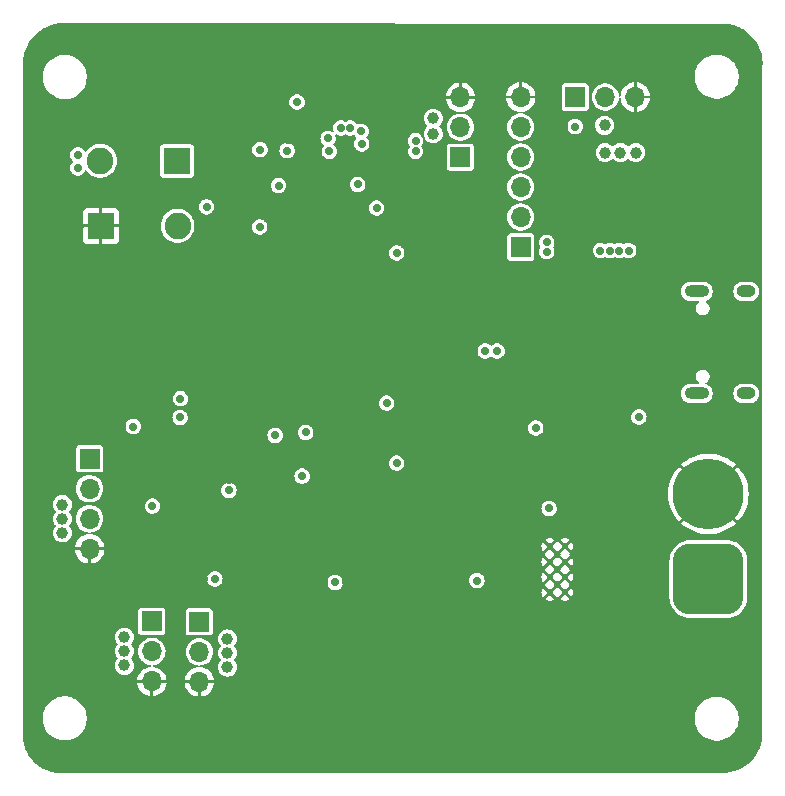
<source format=gbr>
%TF.GenerationSoftware,KiCad,Pcbnew,8.0.5*%
%TF.CreationDate,2024-09-26T23:28:09-07:00*%
%TF.ProjectId,STM32F405 Flight Controller,53544d33-3246-4343-9035-20466c696768,rev?*%
%TF.SameCoordinates,Original*%
%TF.FileFunction,Copper,L2,Inr*%
%TF.FilePolarity,Positive*%
%FSLAX46Y46*%
G04 Gerber Fmt 4.6, Leading zero omitted, Abs format (unit mm)*
G04 Created by KiCad (PCBNEW 8.0.5) date 2024-09-26 23:28:09*
%MOMM*%
%LPD*%
G01*
G04 APERTURE LIST*
G04 Aperture macros list*
%AMRoundRect*
0 Rectangle with rounded corners*
0 $1 Rounding radius*
0 $2 $3 $4 $5 $6 $7 $8 $9 X,Y pos of 4 corners*
0 Add a 4 corners polygon primitive as box body*
4,1,4,$2,$3,$4,$5,$6,$7,$8,$9,$2,$3,0*
0 Add four circle primitives for the rounded corners*
1,1,$1+$1,$2,$3*
1,1,$1+$1,$4,$5*
1,1,$1+$1,$6,$7*
1,1,$1+$1,$8,$9*
0 Add four rect primitives between the rounded corners*
20,1,$1+$1,$2,$3,$4,$5,0*
20,1,$1+$1,$4,$5,$6,$7,0*
20,1,$1+$1,$6,$7,$8,$9,0*
20,1,$1+$1,$8,$9,$2,$3,0*%
G04 Aperture macros list end*
%TA.AperFunction,ComponentPad*%
%ADD10O,2.100000X1.000000*%
%TD*%
%TA.AperFunction,ComponentPad*%
%ADD11O,1.600000X1.000000*%
%TD*%
%TA.AperFunction,ComponentPad*%
%ADD12C,0.600000*%
%TD*%
%TA.AperFunction,ComponentPad*%
%ADD13R,2.250000X2.250000*%
%TD*%
%TA.AperFunction,ComponentPad*%
%ADD14C,2.250000*%
%TD*%
%TA.AperFunction,ComponentPad*%
%ADD15R,1.700000X1.700000*%
%TD*%
%TA.AperFunction,ComponentPad*%
%ADD16O,1.700000X1.700000*%
%TD*%
%TA.AperFunction,ComponentPad*%
%ADD17RoundRect,1.500000X1.500000X-1.500000X1.500000X1.500000X-1.500000X1.500000X-1.500000X-1.500000X0*%
%TD*%
%TA.AperFunction,ComponentPad*%
%ADD18C,6.000000*%
%TD*%
%TA.AperFunction,ViaPad*%
%ADD19C,0.700000*%
%TD*%
%TA.AperFunction,ViaPad*%
%ADD20C,1.000000*%
%TD*%
G04 APERTURE END LIST*
D10*
%TO.N,unconnected-(J1-SHIELD-PadS1)_1*%
%TO.C,J1*%
X182220000Y-88300000D03*
D11*
%TO.N,unconnected-(J1-SHIELD-PadS1)_2*%
X186400000Y-88300000D03*
D10*
%TO.N,unconnected-(J1-SHIELD-PadS1)*%
X182220000Y-79660000D03*
D11*
%TO.N,unconnected-(J1-SHIELD-PadS1)_3*%
X186400000Y-79660000D03*
%TD*%
D12*
%TO.N,GND*%
%TO.C,U7*%
X171050000Y-105150000D03*
X171050000Y-103850000D03*
X171050000Y-102550000D03*
X171050000Y-101250000D03*
X169750000Y-105150000D03*
X169750000Y-103850000D03*
X169750000Y-102550000D03*
X169750000Y-101250000D03*
%TD*%
D13*
%TO.N,GND*%
%TO.C,SW2*%
X131750000Y-74100000D03*
D14*
%TO.N,NRST*%
X138250000Y-74100000D03*
%TD*%
D15*
%TO.N,ESC_1*%
%TO.C,J3*%
X136075000Y-107600000D03*
D16*
%TO.N,+5V*%
X136075000Y-110140000D03*
%TO.N,GND*%
X136075000Y-112680000D03*
%TD*%
D17*
%TO.N,+BATT*%
%TO.C,J2*%
X183200000Y-104000000D03*
D18*
%TO.N,GND*%
X183200000Y-96800000D03*
%TD*%
D15*
%TO.N,+3.3V*%
%TO.C,J7*%
X167300000Y-75900000D03*
D16*
%TO.N,SWDIO*%
X167300000Y-73360000D03*
%TO.N,SWCLK*%
X167300000Y-70820000D03*
%TO.N,SWO*%
X167300000Y-68280000D03*
%TO.N,NRST*%
X167300000Y-65740000D03*
%TO.N,GND*%
X167300000Y-63200000D03*
%TD*%
D15*
%TO.N,ESC_2*%
%TO.C,J4*%
X140100000Y-107625000D03*
D16*
%TO.N,+5V*%
X140100000Y-110165000D03*
%TO.N,GND*%
X140100000Y-112705000D03*
%TD*%
D15*
%TO.N,ESC_3*%
%TO.C,J5*%
X162200000Y-68300000D03*
D16*
%TO.N,+5V*%
X162200000Y-65760000D03*
%TO.N,GND*%
X162200000Y-63220000D03*
%TD*%
D15*
%TO.N,UART1_TX*%
%TO.C,U6*%
X130800000Y-93820000D03*
D16*
%TO.N,UART1_RX*%
X130800000Y-96360000D03*
%TO.N,+5V*%
X130800000Y-98900000D03*
%TO.N,GND*%
X130800000Y-101440000D03*
%TD*%
D13*
%TO.N,BOOT0*%
%TO.C,SW1*%
X138200000Y-68600000D03*
D14*
%TO.N,+3.3V*%
X131700000Y-68600000D03*
%TD*%
D15*
%TO.N,ESC_4*%
%TO.C,J6*%
X171920000Y-63200000D03*
D16*
%TO.N,+5V*%
X174460000Y-63200000D03*
%TO.N,GND*%
X177000000Y-63200000D03*
%TD*%
D19*
%TO.N,GND*%
X146683660Y-74224580D03*
X143300000Y-73000000D03*
X180050000Y-80650000D03*
%TO.N,+3.3V*%
X146800000Y-70700000D03*
X174050000Y-76200000D03*
X146509000Y-91843250D03*
X168575000Y-91225000D03*
X129800000Y-68100000D03*
X148361763Y-63630000D03*
X155955750Y-89120000D03*
X148800000Y-95300000D03*
X169500000Y-76300000D03*
X164300000Y-84700000D03*
X138460250Y-90329250D03*
X152069553Y-65821343D03*
X145230000Y-67660237D03*
X158400000Y-67800000D03*
X156800000Y-76400000D03*
X145200000Y-74200000D03*
X136120048Y-97840097D03*
%TO.N,Net-(U7-VCC)*%
X169700000Y-98035000D03*
X163600000Y-104135000D03*
D20*
%TO.N,+5V*%
X159900000Y-65000000D03*
X177050000Y-67900000D03*
X133750000Y-110125000D03*
X128500000Y-98900000D03*
D19*
X177300000Y-90300000D03*
D20*
X142475000Y-111475000D03*
D19*
%TO.N,NRST*%
X140700000Y-72500000D03*
X155100000Y-72600000D03*
%TO.N,ESC_4*%
X153500000Y-70600000D03*
X171920000Y-65700000D03*
D20*
%TO.N,GND*%
X174043517Y-71998576D03*
D19*
X163400000Y-95406574D03*
X151713000Y-91737500D03*
D20*
X177000000Y-65700000D03*
D19*
X163110000Y-102635000D03*
X178187119Y-83915000D03*
X140700000Y-76325000D03*
X141124500Y-91434000D03*
X157557500Y-64965000D03*
X148400000Y-69100000D03*
X167523237Y-85860000D03*
X166571981Y-95362569D03*
X162223237Y-92460000D03*
X164985159Y-95380787D03*
X140965500Y-77800000D03*
X138464500Y-85659250D03*
X156005750Y-90750000D03*
X142500000Y-84400000D03*
X147561970Y-66830046D03*
X176600000Y-102339854D03*
X157527500Y-69770039D03*
X155462915Y-65747224D03*
X155471551Y-69062240D03*
X144285000Y-96908000D03*
X159395116Y-77580000D03*
X137000000Y-79800000D03*
X168950000Y-90300000D03*
X130000000Y-74100000D03*
X140800000Y-82800000D03*
X168325000Y-92375000D03*
X161789860Y-95372681D03*
X177539581Y-105500000D03*
X142411231Y-79107598D03*
X160560000Y-79230000D03*
X169300000Y-96420000D03*
X185649000Y-91330500D03*
X145200000Y-69190237D03*
X158892456Y-87133000D03*
X140914415Y-65840251D03*
X144950000Y-91812250D03*
D20*
X184400000Y-72000000D03*
D19*
X187083000Y-77514000D03*
X168846500Y-87954549D03*
X162200000Y-86500000D03*
X138600000Y-78600000D03*
X150000000Y-65200000D03*
X154100000Y-103800000D03*
X146811763Y-63600000D03*
%TO.N,SDA*%
X153839180Y-67164226D03*
X151100000Y-67800000D03*
%TO.N,Net-(U1-PC5)*%
X156800000Y-94200000D03*
X141400000Y-104000000D03*
%TO.N,BATT_SENSE*%
X142600000Y-96500000D03*
X134500000Y-91100000D03*
%TO.N,MISO*%
X151600000Y-104300000D03*
X149100000Y-91600000D03*
%TO.N,GND*%
X180000000Y-87200000D03*
%TO.N,+3.3V*%
X138497000Y-88743767D03*
%TO.N,GND*%
X142600000Y-95600000D03*
X133500000Y-91100000D03*
X152500000Y-104300000D03*
X140500000Y-104000000D03*
X138468903Y-87274847D03*
X163600000Y-105200000D03*
D20*
%TO.N,+5V*%
X128500000Y-100100000D03*
X174450000Y-67900000D03*
X133750000Y-108925000D03*
X159900000Y-66300000D03*
X142475000Y-109075000D03*
X128500000Y-97700000D03*
X175750000Y-67900000D03*
X174400000Y-65600000D03*
X142475000Y-110275000D03*
X133750000Y-111325000D03*
D19*
%TO.N,+3.3V*%
X175650000Y-76200000D03*
X152869553Y-65821343D03*
X165300000Y-84700000D03*
X147531431Y-67729530D03*
X151000000Y-66700000D03*
X153800000Y-66100000D03*
X129800000Y-69200000D03*
X174850000Y-76200000D03*
X158400000Y-66900000D03*
X169500000Y-75500000D03*
X176450000Y-76200000D03*
%TD*%
%TA.AperFunction,Conductor*%
%TO.N,GND*%
G36*
X128889424Y-56965632D02*
G01*
X128904714Y-56967978D01*
X128905374Y-56968065D01*
X128905378Y-56968066D01*
X128927773Y-56968078D01*
X128934543Y-56968392D01*
X128948743Y-56969706D01*
X128964838Y-56971195D01*
X128964838Y-56971194D01*
X128964839Y-56971195D01*
X128970444Y-56969929D01*
X128986777Y-56968112D01*
X184755839Y-57000484D01*
X184767280Y-57001382D01*
X185094475Y-57052866D01*
X185101995Y-57054454D01*
X185206731Y-57082315D01*
X185433963Y-57142762D01*
X185441265Y-57145116D01*
X185762309Y-57267397D01*
X185769313Y-57270491D01*
X186075932Y-57425413D01*
X186082585Y-57429221D01*
X186371471Y-57615111D01*
X186377706Y-57619597D01*
X186645740Y-57834446D01*
X186651480Y-57839559D01*
X186895776Y-58081051D01*
X186900953Y-58086728D01*
X187118889Y-58352272D01*
X187123445Y-58358453D01*
X187312649Y-58645160D01*
X187316544Y-58651787D01*
X187474985Y-58956574D01*
X187478172Y-58963570D01*
X187604139Y-59283149D01*
X187606583Y-59290437D01*
X187698720Y-59621369D01*
X187700394Y-59628871D01*
X187734052Y-59827787D01*
X187754685Y-59949733D01*
X187757703Y-59967566D01*
X187758590Y-59975202D01*
X187780453Y-60318018D01*
X187780543Y-60325705D01*
X187767693Y-60644842D01*
X187765581Y-60658703D01*
X187765317Y-60660698D01*
X187765303Y-60683097D01*
X187764989Y-60689859D01*
X187762186Y-60720178D01*
X187763451Y-60725782D01*
X187765266Y-60742115D01*
X187729520Y-117658485D01*
X187727729Y-117674623D01*
X187660489Y-117974625D01*
X187658478Y-117981855D01*
X187553589Y-118296328D01*
X187550857Y-118303316D01*
X187414664Y-118605546D01*
X187411239Y-118612222D01*
X187245129Y-118899123D01*
X187241044Y-118905418D01*
X187046747Y-119174003D01*
X187042047Y-119179852D01*
X186821538Y-119427392D01*
X186816269Y-119432735D01*
X186571823Y-119656673D01*
X186566040Y-119661454D01*
X186300190Y-119859474D01*
X186293953Y-119863646D01*
X186009395Y-120033737D01*
X186002767Y-120037255D01*
X185702460Y-120177648D01*
X185695511Y-120180477D01*
X185382532Y-120289736D01*
X185375331Y-120291847D01*
X185052889Y-120368851D01*
X185045511Y-120370222D01*
X184716924Y-120414176D01*
X184709446Y-120414792D01*
X184378108Y-120425245D01*
X184370606Y-120425101D01*
X184058893Y-120403273D01*
X184044908Y-120400932D01*
X184039564Y-120399500D01*
X184039562Y-120399499D01*
X184022609Y-120399499D01*
X184013708Y-120398961D01*
X183988914Y-120395955D01*
X183988912Y-120395955D01*
X183977878Y-120398118D01*
X183963649Y-120399499D01*
X127840023Y-120399499D01*
X127823650Y-120397665D01*
X127816113Y-120395955D01*
X127756267Y-120382377D01*
X127516682Y-120328019D01*
X127509092Y-120325866D01*
X127188700Y-120216207D01*
X127181383Y-120213258D01*
X126874492Y-120070118D01*
X126867530Y-120066407D01*
X126577617Y-119891407D01*
X126571090Y-119886976D01*
X126301452Y-119682106D01*
X126295434Y-119677005D01*
X126049145Y-119444601D01*
X126043704Y-119438889D01*
X126011907Y-119401726D01*
X125823547Y-119181576D01*
X125818746Y-119175317D01*
X125627240Y-118896041D01*
X125623132Y-118889307D01*
X125462441Y-118591223D01*
X125459073Y-118584089D01*
X125344394Y-118303316D01*
X125331029Y-118270595D01*
X125328442Y-118263148D01*
X125234497Y-117937797D01*
X125232717Y-117930121D01*
X125173941Y-117596616D01*
X125172989Y-117588786D01*
X125171411Y-117565544D01*
X125150051Y-117250920D01*
X125149938Y-117243043D01*
X125151542Y-117201798D01*
X125162167Y-116928588D01*
X125164070Y-116916065D01*
X125164500Y-116912808D01*
X125164503Y-116912800D01*
X125164516Y-116890387D01*
X125164828Y-116883658D01*
X125167634Y-116853324D01*
X125166368Y-116847718D01*
X125164554Y-116831382D01*
X125164685Y-116624644D01*
X125165282Y-115678056D01*
X126839500Y-115678056D01*
X126839500Y-115921944D01*
X126842660Y-115945944D01*
X126871333Y-116163744D01*
X126934455Y-116399318D01*
X127027786Y-116624641D01*
X127027787Y-116624643D01*
X127149729Y-116835852D01*
X127149733Y-116835858D01*
X127294462Y-117024472D01*
X127298201Y-117029345D01*
X127470655Y-117201799D01*
X127524405Y-117243043D01*
X127664141Y-117350266D01*
X127664147Y-117350270D01*
X127875356Y-117472212D01*
X128100679Y-117565544D01*
X128336256Y-117628666D01*
X128336255Y-117628666D01*
X128416856Y-117639277D01*
X128578056Y-117660500D01*
X128578058Y-117660500D01*
X128821942Y-117660500D01*
X128821944Y-117660500D01*
X129063744Y-117628666D01*
X129299321Y-117565544D01*
X129524644Y-117472212D01*
X129735856Y-117350268D01*
X129929345Y-117201799D01*
X130101799Y-117029345D01*
X130250268Y-116835856D01*
X130372212Y-116624644D01*
X130465544Y-116399321D01*
X130528666Y-116163744D01*
X130560500Y-115921944D01*
X130560500Y-115702057D01*
X182035500Y-115702057D01*
X182035500Y-115945942D01*
X182067333Y-116187744D01*
X182130455Y-116423318D01*
X182223786Y-116648641D01*
X182223787Y-116648643D01*
X182345729Y-116859852D01*
X182345733Y-116859858D01*
X182472046Y-117024472D01*
X182494201Y-117053345D01*
X182666655Y-117225799D01*
X182750857Y-117290409D01*
X182860141Y-117374266D01*
X182860147Y-117374270D01*
X183029787Y-117472212D01*
X183071356Y-117496212D01*
X183296679Y-117589544D01*
X183532256Y-117652666D01*
X183532255Y-117652666D01*
X183576455Y-117658485D01*
X183774056Y-117684500D01*
X183774058Y-117684500D01*
X184017942Y-117684500D01*
X184017944Y-117684500D01*
X184259744Y-117652666D01*
X184495321Y-117589544D01*
X184720644Y-117496212D01*
X184931856Y-117374268D01*
X185125345Y-117225799D01*
X185297799Y-117053345D01*
X185446268Y-116859856D01*
X185568212Y-116648644D01*
X185661544Y-116423321D01*
X185724666Y-116187744D01*
X185756500Y-115945944D01*
X185756500Y-115702056D01*
X185724666Y-115460256D01*
X185661544Y-115224679D01*
X185568212Y-114999356D01*
X185446268Y-114788144D01*
X185427854Y-114764147D01*
X185297798Y-114594654D01*
X185125345Y-114422201D01*
X184931858Y-114273733D01*
X184931852Y-114273729D01*
X184720643Y-114151787D01*
X184720641Y-114151786D01*
X184549991Y-114081101D01*
X184495321Y-114058456D01*
X184495319Y-114058455D01*
X184495318Y-114058455D01*
X184259743Y-113995333D01*
X184259744Y-113995333D01*
X184068340Y-113970134D01*
X184017944Y-113963500D01*
X183774056Y-113963500D01*
X183728416Y-113969508D01*
X183532255Y-113995333D01*
X183296681Y-114058455D01*
X183071358Y-114151786D01*
X183071356Y-114151787D01*
X182860147Y-114273729D01*
X182860141Y-114273733D01*
X182666654Y-114422201D01*
X182494201Y-114594654D01*
X182345733Y-114788141D01*
X182345729Y-114788147D01*
X182223787Y-114999356D01*
X182223786Y-114999358D01*
X182130455Y-115224681D01*
X182067333Y-115460255D01*
X182035500Y-115702057D01*
X130560500Y-115702057D01*
X130560500Y-115678056D01*
X130528666Y-115436256D01*
X130465544Y-115200679D01*
X130372212Y-114975356D01*
X130264126Y-114788147D01*
X130250270Y-114764147D01*
X130250266Y-114764141D01*
X130101798Y-114570654D01*
X129929345Y-114398201D01*
X129735858Y-114249733D01*
X129735852Y-114249729D01*
X129524643Y-114127787D01*
X129524641Y-114127786D01*
X129353991Y-114057101D01*
X129299321Y-114034456D01*
X129299319Y-114034455D01*
X129299318Y-114034455D01*
X129063743Y-113971333D01*
X129063744Y-113971333D01*
X128872340Y-113946134D01*
X128821944Y-113939500D01*
X128578056Y-113939500D01*
X128532416Y-113945508D01*
X128336255Y-113971333D01*
X128100681Y-114034455D01*
X127875358Y-114127786D01*
X127875356Y-114127787D01*
X127664147Y-114249729D01*
X127664141Y-114249733D01*
X127470654Y-114398201D01*
X127298201Y-114570654D01*
X127149733Y-114764141D01*
X127149729Y-114764147D01*
X127027787Y-114975356D01*
X127027786Y-114975358D01*
X126934455Y-115200681D01*
X126871333Y-115436255D01*
X126842817Y-115652857D01*
X126839500Y-115678056D01*
X125165282Y-115678056D01*
X125167250Y-112554999D01*
X134831160Y-112554999D01*
X134831161Y-112555000D01*
X135590856Y-112555000D01*
X135575000Y-112614174D01*
X135575000Y-112745826D01*
X135590856Y-112805000D01*
X134831161Y-112805000D01*
X134839287Y-112897885D01*
X134839288Y-112897893D01*
X134895895Y-113109153D01*
X134988334Y-113307388D01*
X135113785Y-113486551D01*
X135268448Y-113641214D01*
X135447611Y-113766665D01*
X135645846Y-113859104D01*
X135857106Y-113915711D01*
X135857113Y-113915712D01*
X135950000Y-113923838D01*
X135950000Y-113164144D01*
X136009174Y-113180000D01*
X136140826Y-113180000D01*
X136200000Y-113164144D01*
X136200000Y-113923837D01*
X136292886Y-113915712D01*
X136292893Y-113915711D01*
X136504153Y-113859104D01*
X136702388Y-113766665D01*
X136881551Y-113641214D01*
X137036214Y-113486551D01*
X137161665Y-113307388D01*
X137254104Y-113109153D01*
X137310711Y-112897893D01*
X137310712Y-112897885D01*
X137318839Y-112805000D01*
X136559144Y-112805000D01*
X136575000Y-112745826D01*
X136575000Y-112614174D01*
X136565843Y-112579999D01*
X138856160Y-112579999D01*
X138856161Y-112580000D01*
X139615856Y-112580000D01*
X139600000Y-112639174D01*
X139600000Y-112770826D01*
X139615856Y-112830000D01*
X138856161Y-112830000D01*
X138864287Y-112922885D01*
X138864288Y-112922893D01*
X138920895Y-113134153D01*
X139013334Y-113332388D01*
X139138785Y-113511551D01*
X139293448Y-113666214D01*
X139472611Y-113791665D01*
X139670846Y-113884104D01*
X139882106Y-113940711D01*
X139882113Y-113940712D01*
X139975000Y-113948838D01*
X139975000Y-113189144D01*
X140034174Y-113205000D01*
X140165826Y-113205000D01*
X140225000Y-113189144D01*
X140225000Y-113948837D01*
X140317886Y-113940712D01*
X140317893Y-113940711D01*
X140529153Y-113884104D01*
X140727388Y-113791665D01*
X140906551Y-113666214D01*
X141061214Y-113511551D01*
X141186665Y-113332388D01*
X141279104Y-113134153D01*
X141335711Y-112922893D01*
X141335712Y-112922885D01*
X141343839Y-112830000D01*
X140584144Y-112830000D01*
X140600000Y-112770826D01*
X140600000Y-112639174D01*
X140584144Y-112580000D01*
X141343839Y-112580000D01*
X141343839Y-112579999D01*
X141335712Y-112487114D01*
X141335711Y-112487106D01*
X141279105Y-112275849D01*
X141279100Y-112275838D01*
X141186665Y-112077612D01*
X141061212Y-111898445D01*
X140906551Y-111743785D01*
X140906552Y-111743785D01*
X140727388Y-111618334D01*
X140529153Y-111525895D01*
X140317893Y-111469288D01*
X140317886Y-111469287D01*
X140220248Y-111460745D01*
X140170011Y-111434593D01*
X140152980Y-111380577D01*
X140179132Y-111330340D01*
X140213100Y-111314287D01*
X140237645Y-111309698D01*
X140416198Y-111276321D01*
X140615019Y-111199298D01*
X140796302Y-111087052D01*
X140953872Y-110943407D01*
X141082366Y-110773255D01*
X141177405Y-110582389D01*
X141235756Y-110377310D01*
X141238074Y-110352303D01*
X141255429Y-110165003D01*
X141255429Y-110164996D01*
X141235757Y-109952696D01*
X141235756Y-109952690D01*
X141185334Y-109775478D01*
X141177405Y-109747611D01*
X141167304Y-109727326D01*
X141082367Y-109556747D01*
X141082363Y-109556741D01*
X141058393Y-109525000D01*
X140953872Y-109386593D01*
X140926448Y-109361593D01*
X140912094Y-109348507D01*
X140796302Y-109242948D01*
X140615019Y-109130702D01*
X140471234Y-109075000D01*
X141669435Y-109075000D01*
X141689632Y-109254254D01*
X141689634Y-109254263D01*
X141749209Y-109424520D01*
X141812346Y-109525000D01*
X141832292Y-109556745D01*
X141845185Y-109577263D01*
X141890596Y-109622675D01*
X141912270Y-109675001D01*
X141890596Y-109727325D01*
X141845185Y-109772736D01*
X141749209Y-109925479D01*
X141689634Y-110095736D01*
X141689632Y-110095745D01*
X141669435Y-110275000D01*
X141680962Y-110377310D01*
X141689632Y-110454254D01*
X141689634Y-110454263D01*
X141749209Y-110624520D01*
X141812346Y-110725000D01*
X141842666Y-110773255D01*
X141845185Y-110777263D01*
X141890596Y-110822675D01*
X141912270Y-110875001D01*
X141890596Y-110927325D01*
X141845185Y-110972736D01*
X141749209Y-111125479D01*
X141689634Y-111295736D01*
X141689632Y-111295745D01*
X141669435Y-111475000D01*
X141689632Y-111654254D01*
X141689634Y-111654263D01*
X141749209Y-111824520D01*
X141779951Y-111873445D01*
X141845184Y-111977262D01*
X141972738Y-112104816D01*
X142068712Y-112165120D01*
X142125479Y-112200790D01*
X142268541Y-112250849D01*
X142295745Y-112260368D01*
X142475000Y-112280565D01*
X142654255Y-112260368D01*
X142812488Y-112205000D01*
X142824520Y-112200790D01*
X142857607Y-112180000D01*
X142977262Y-112104816D01*
X143104816Y-111977262D01*
X143200789Y-111824522D01*
X143260368Y-111654255D01*
X143280565Y-111475000D01*
X143260368Y-111295745D01*
X143253571Y-111276319D01*
X143200790Y-111125479D01*
X143106538Y-110975479D01*
X143104816Y-110972738D01*
X143059402Y-110927324D01*
X143037729Y-110875000D01*
X143059402Y-110822675D01*
X143104816Y-110777262D01*
X143200789Y-110624522D01*
X143224279Y-110557393D01*
X143260365Y-110454263D01*
X143260368Y-110454255D01*
X143280565Y-110275000D01*
X143260368Y-110095745D01*
X143260365Y-110095736D01*
X143200790Y-109925479D01*
X143106538Y-109775479D01*
X143104816Y-109772738D01*
X143059402Y-109727324D01*
X143037729Y-109675000D01*
X143059402Y-109622675D01*
X143104816Y-109577262D01*
X143200789Y-109424522D01*
X143260368Y-109254255D01*
X143280565Y-109075000D01*
X143260368Y-108895745D01*
X143260365Y-108895736D01*
X143200790Y-108725479D01*
X143165120Y-108668712D01*
X143104816Y-108572738D01*
X142977262Y-108445184D01*
X142938054Y-108420547D01*
X142824520Y-108349209D01*
X142654263Y-108289634D01*
X142654256Y-108289632D01*
X142654255Y-108289632D01*
X142475000Y-108269435D01*
X142295745Y-108289632D01*
X142295736Y-108289634D01*
X142125479Y-108349209D01*
X141972739Y-108445183D01*
X141845183Y-108572739D01*
X141749209Y-108725479D01*
X141689634Y-108895736D01*
X141689632Y-108895745D01*
X141669435Y-109075000D01*
X140471234Y-109075000D01*
X140416198Y-109053679D01*
X140324150Y-109036472D01*
X140206613Y-109014500D01*
X140206610Y-109014500D01*
X139993390Y-109014500D01*
X139993386Y-109014500D01*
X139836670Y-109043796D01*
X139783802Y-109053679D01*
X139783800Y-109053679D01*
X139783798Y-109053680D01*
X139649506Y-109105705D01*
X139584981Y-109130702D01*
X139584976Y-109130704D01*
X139584976Y-109130705D01*
X139403700Y-109242946D01*
X139246130Y-109386590D01*
X139117636Y-109556741D01*
X139117632Y-109556747D01*
X139022596Y-109747606D01*
X139022593Y-109747616D01*
X138964243Y-109952690D01*
X138964242Y-109952696D01*
X138944571Y-110164996D01*
X138944571Y-110165003D01*
X138964242Y-110377303D01*
X138964243Y-110377309D01*
X139022593Y-110582383D01*
X139022596Y-110582393D01*
X139117632Y-110773252D01*
X139117636Y-110773258D01*
X139120708Y-110777326D01*
X139246128Y-110943407D01*
X139403698Y-111087052D01*
X139584981Y-111199298D01*
X139783802Y-111276321D01*
X139939039Y-111305340D01*
X139986899Y-111314287D01*
X140034351Y-111345207D01*
X140046041Y-111400625D01*
X140015121Y-111448077D01*
X139979751Y-111460745D01*
X139882113Y-111469287D01*
X139882106Y-111469288D01*
X139670849Y-111525894D01*
X139670838Y-111525899D01*
X139472612Y-111618334D01*
X139293445Y-111743787D01*
X139138787Y-111898445D01*
X139013334Y-112077612D01*
X138920899Y-112275838D01*
X138920894Y-112275849D01*
X138864288Y-112487106D01*
X138864287Y-112487114D01*
X138856160Y-112579999D01*
X136565843Y-112579999D01*
X136559144Y-112555000D01*
X137318839Y-112555000D01*
X137318839Y-112554999D01*
X137310712Y-112462114D01*
X137310711Y-112462106D01*
X137254105Y-112250849D01*
X137254100Y-112250838D01*
X137161665Y-112052612D01*
X137036212Y-111873445D01*
X136881551Y-111718785D01*
X136881552Y-111718785D01*
X136702388Y-111593334D01*
X136504153Y-111500895D01*
X136292893Y-111444288D01*
X136292886Y-111444287D01*
X136195248Y-111435745D01*
X136145011Y-111409593D01*
X136127980Y-111355577D01*
X136154132Y-111305340D01*
X136188100Y-111289287D01*
X136212645Y-111284698D01*
X136391198Y-111251321D01*
X136590019Y-111174298D01*
X136771302Y-111062052D01*
X136928872Y-110918407D01*
X137057366Y-110748255D01*
X137152405Y-110557389D01*
X137210756Y-110352310D01*
X137228113Y-110165000D01*
X137230429Y-110140003D01*
X137230429Y-110139996D01*
X137210757Y-109927696D01*
X137210756Y-109927690D01*
X137166668Y-109772739D01*
X137152405Y-109722611D01*
X137128698Y-109675001D01*
X137057367Y-109531747D01*
X137057363Y-109531741D01*
X136978463Y-109427262D01*
X136928872Y-109361593D01*
X136771302Y-109217948D01*
X136590019Y-109105702D01*
X136391198Y-109028679D01*
X136299150Y-109011472D01*
X136181613Y-108989500D01*
X136181610Y-108989500D01*
X135968390Y-108989500D01*
X135968386Y-108989500D01*
X135811670Y-109018796D01*
X135758802Y-109028679D01*
X135758800Y-109028679D01*
X135758798Y-109028680D01*
X135559986Y-109105700D01*
X135559981Y-109105702D01*
X135559976Y-109105704D01*
X135559976Y-109105705D01*
X135378700Y-109217946D01*
X135221130Y-109361590D01*
X135092636Y-109531741D01*
X135092632Y-109531747D01*
X134997596Y-109722606D01*
X134997593Y-109722616D01*
X134939243Y-109927690D01*
X134939242Y-109927696D01*
X134919571Y-110139996D01*
X134919571Y-110140003D01*
X134939242Y-110352303D01*
X134939243Y-110352309D01*
X134997593Y-110557383D01*
X134997596Y-110557393D01*
X135092632Y-110748252D01*
X135092636Y-110748258D01*
X135137814Y-110808082D01*
X135188348Y-110875000D01*
X135221130Y-110918409D01*
X135248552Y-110943407D01*
X135378698Y-111062052D01*
X135559981Y-111174298D01*
X135758802Y-111251321D01*
X135914161Y-111280362D01*
X135961899Y-111289287D01*
X136009351Y-111320207D01*
X136021041Y-111375625D01*
X135990121Y-111423077D01*
X135954751Y-111435745D01*
X135857113Y-111444287D01*
X135857106Y-111444288D01*
X135645849Y-111500894D01*
X135645838Y-111500899D01*
X135447612Y-111593334D01*
X135268445Y-111718787D01*
X135113787Y-111873445D01*
X134988334Y-112052612D01*
X134895899Y-112250838D01*
X134895894Y-112250849D01*
X134839288Y-112462106D01*
X134839287Y-112462114D01*
X134831160Y-112554999D01*
X125167250Y-112554999D01*
X125169538Y-108925000D01*
X132944435Y-108925000D01*
X132964632Y-109104254D01*
X132964634Y-109104263D01*
X133024209Y-109274520D01*
X133078921Y-109361593D01*
X133118462Y-109424522D01*
X133120185Y-109427263D01*
X133165596Y-109472675D01*
X133187270Y-109525001D01*
X133165596Y-109577325D01*
X133120185Y-109622736D01*
X133024209Y-109775479D01*
X132964634Y-109945736D01*
X132964632Y-109945745D01*
X132944435Y-110125000D01*
X132964632Y-110304254D01*
X132964634Y-110304263D01*
X133024209Y-110474520D01*
X133076276Y-110557383D01*
X133118462Y-110624522D01*
X133120185Y-110627263D01*
X133165596Y-110672675D01*
X133187270Y-110725001D01*
X133165596Y-110777325D01*
X133120185Y-110822736D01*
X133024209Y-110975479D01*
X132964634Y-111145736D01*
X132964632Y-111145745D01*
X132944435Y-111325000D01*
X132964253Y-111500895D01*
X132964632Y-111504254D01*
X132964634Y-111504263D01*
X133024209Y-111674520D01*
X133067732Y-111743785D01*
X133120184Y-111827262D01*
X133247738Y-111954816D01*
X133283461Y-111977262D01*
X133400479Y-112050790D01*
X133554878Y-112104816D01*
X133570745Y-112110368D01*
X133750000Y-112130565D01*
X133929255Y-112110368D01*
X134022866Y-112077612D01*
X134099520Y-112050790D01*
X134099522Y-112050789D01*
X134252262Y-111954816D01*
X134379816Y-111827262D01*
X134475789Y-111674522D01*
X134535368Y-111504255D01*
X134555565Y-111325000D01*
X134535368Y-111145745D01*
X134514831Y-111087053D01*
X134475790Y-110975479D01*
X134412654Y-110875000D01*
X134379816Y-110822738D01*
X134334402Y-110777324D01*
X134312729Y-110725000D01*
X134334402Y-110672675D01*
X134379816Y-110627262D01*
X134475789Y-110474522D01*
X134535368Y-110304255D01*
X134555565Y-110125000D01*
X134535368Y-109945745D01*
X134535365Y-109945736D01*
X134475790Y-109775479D01*
X134412654Y-109675000D01*
X134379816Y-109622738D01*
X134334402Y-109577324D01*
X134312729Y-109525000D01*
X134334402Y-109472675D01*
X134379816Y-109427262D01*
X134475789Y-109274522D01*
X134535368Y-109104255D01*
X134555565Y-108925000D01*
X134535368Y-108745745D01*
X134520133Y-108702205D01*
X134475790Y-108575479D01*
X134425135Y-108494863D01*
X134379816Y-108422738D01*
X134252262Y-108295184D01*
X134211283Y-108269435D01*
X134099520Y-108199209D01*
X133929263Y-108139634D01*
X133929256Y-108139632D01*
X133929255Y-108139632D01*
X133750000Y-108119435D01*
X133570745Y-108139632D01*
X133570736Y-108139634D01*
X133400479Y-108199209D01*
X133247739Y-108295183D01*
X133120183Y-108422739D01*
X133024209Y-108575479D01*
X132964634Y-108745736D01*
X132964632Y-108745745D01*
X132944435Y-108925000D01*
X125169538Y-108925000D01*
X125170937Y-106705135D01*
X134924500Y-106705135D01*
X134924500Y-108494863D01*
X134927414Y-108519986D01*
X134927415Y-108519992D01*
X134938454Y-108544992D01*
X134972794Y-108622765D01*
X135052235Y-108702206D01*
X135155009Y-108747585D01*
X135180135Y-108750500D01*
X136969864Y-108750499D01*
X136994991Y-108747585D01*
X137097765Y-108702206D01*
X137177206Y-108622765D01*
X137222585Y-108519991D01*
X137225500Y-108494865D01*
X137225499Y-106730135D01*
X138949500Y-106730135D01*
X138949500Y-108519863D01*
X138952414Y-108544986D01*
X138952415Y-108544992D01*
X138986755Y-108622765D01*
X138997794Y-108647765D01*
X139077235Y-108727206D01*
X139180009Y-108772585D01*
X139205135Y-108775500D01*
X140994864Y-108775499D01*
X141019991Y-108772585D01*
X141122765Y-108727206D01*
X141202206Y-108647765D01*
X141247585Y-108544991D01*
X141250500Y-108519865D01*
X141250499Y-106730136D01*
X141247585Y-106705009D01*
X141202206Y-106602235D01*
X141122765Y-106522794D01*
X141019991Y-106477415D01*
X141019990Y-106477414D01*
X141019988Y-106477414D01*
X140998659Y-106474940D01*
X140994865Y-106474500D01*
X140994864Y-106474500D01*
X139205136Y-106474500D01*
X139180013Y-106477414D01*
X139180007Y-106477415D01*
X139077234Y-106522794D01*
X138997794Y-106602234D01*
X138952414Y-106705011D01*
X138949500Y-106730135D01*
X137225499Y-106730135D01*
X137225499Y-106705136D01*
X137222585Y-106680009D01*
X137177206Y-106577235D01*
X137097765Y-106497794D01*
X136994991Y-106452415D01*
X136994990Y-106452414D01*
X136994988Y-106452414D01*
X136973659Y-106449940D01*
X136969865Y-106449500D01*
X136969864Y-106449500D01*
X135180136Y-106449500D01*
X135155013Y-106452414D01*
X135155007Y-106452415D01*
X135052234Y-106497794D01*
X134972794Y-106577234D01*
X134927414Y-106680011D01*
X134924500Y-106705135D01*
X125170937Y-106705135D01*
X125171552Y-105728921D01*
X169347854Y-105728921D01*
X169349429Y-105730317D01*
X169499950Y-105809316D01*
X169665005Y-105849999D01*
X169665009Y-105850000D01*
X169834991Y-105850000D01*
X169834994Y-105849999D01*
X170000049Y-105809316D01*
X170150563Y-105730322D01*
X170150567Y-105730319D01*
X170152143Y-105728921D01*
X170647855Y-105728921D01*
X170649429Y-105730317D01*
X170799950Y-105809316D01*
X170965005Y-105849999D01*
X170965009Y-105850000D01*
X171134991Y-105850000D01*
X171134994Y-105849999D01*
X171300049Y-105809316D01*
X171450563Y-105730322D01*
X171450567Y-105730319D01*
X171452143Y-105728921D01*
X171452143Y-105728920D01*
X171050000Y-105326777D01*
X170647855Y-105728921D01*
X170152143Y-105728921D01*
X170152143Y-105728920D01*
X169750000Y-105326777D01*
X169347854Y-105728921D01*
X125171552Y-105728921D01*
X125171917Y-105149996D01*
X169044859Y-105149996D01*
X169044859Y-105150003D01*
X169065347Y-105318746D01*
X169065349Y-105318750D01*
X169125628Y-105477694D01*
X169174591Y-105548629D01*
X169573222Y-105149999D01*
X169543386Y-105120163D01*
X169600000Y-105120163D01*
X169600000Y-105179837D01*
X169622836Y-105234968D01*
X169665032Y-105277164D01*
X169720163Y-105300000D01*
X169779837Y-105300000D01*
X169834968Y-105277164D01*
X169877164Y-105234968D01*
X169900000Y-105179837D01*
X169900000Y-105149999D01*
X169926777Y-105149999D01*
X169926777Y-105150000D01*
X170325406Y-105548629D01*
X170339098Y-105528794D01*
X170386660Y-105498043D01*
X170442036Y-105509930D01*
X170460900Y-105528794D01*
X170474591Y-105548629D01*
X170873222Y-105149999D01*
X170843386Y-105120163D01*
X170900000Y-105120163D01*
X170900000Y-105179837D01*
X170922836Y-105234968D01*
X170965032Y-105277164D01*
X171020163Y-105300000D01*
X171079837Y-105300000D01*
X171134968Y-105277164D01*
X171177164Y-105234968D01*
X171200000Y-105179837D01*
X171200000Y-105149999D01*
X171226777Y-105149999D01*
X171226777Y-105150000D01*
X171625406Y-105548629D01*
X171674368Y-105477698D01*
X171674372Y-105477690D01*
X171734650Y-105318750D01*
X171734652Y-105318746D01*
X171755141Y-105150003D01*
X171755141Y-105149996D01*
X171734652Y-104981253D01*
X171734650Y-104981249D01*
X171674372Y-104822308D01*
X171625406Y-104751369D01*
X171226777Y-105149999D01*
X171200000Y-105149999D01*
X171200000Y-105120163D01*
X171177164Y-105065032D01*
X171134968Y-105022836D01*
X171079837Y-105000000D01*
X171020163Y-105000000D01*
X170965032Y-105022836D01*
X170922836Y-105065032D01*
X170900000Y-105120163D01*
X170843386Y-105120163D01*
X170474591Y-104751368D01*
X170460899Y-104771205D01*
X170413337Y-104801955D01*
X170357961Y-104790067D01*
X170339098Y-104771204D01*
X170325406Y-104751369D01*
X169926777Y-105149999D01*
X169900000Y-105149999D01*
X169900000Y-105120163D01*
X169877164Y-105065032D01*
X169834968Y-105022836D01*
X169779837Y-105000000D01*
X169720163Y-105000000D01*
X169665032Y-105022836D01*
X169622836Y-105065032D01*
X169600000Y-105120163D01*
X169543386Y-105120163D01*
X169174592Y-104751369D01*
X169125628Y-104822305D01*
X169065349Y-104981249D01*
X169065347Y-104981253D01*
X169044859Y-105149996D01*
X125171917Y-105149996D01*
X125172642Y-103999996D01*
X140744722Y-103999996D01*
X140744722Y-104000003D01*
X140763761Y-104156808D01*
X140763764Y-104156822D01*
X140819778Y-104304521D01*
X140909480Y-104434477D01*
X140909517Y-104434530D01*
X141027760Y-104539283D01*
X141167635Y-104612696D01*
X141321015Y-104650500D01*
X141321019Y-104650500D01*
X141478981Y-104650500D01*
X141478985Y-104650500D01*
X141632365Y-104612696D01*
X141772240Y-104539283D01*
X141890483Y-104434530D01*
X141980220Y-104304523D01*
X141981936Y-104300000D01*
X141981938Y-104299996D01*
X150944722Y-104299996D01*
X150944722Y-104300003D01*
X150963761Y-104456808D01*
X150963764Y-104456822D01*
X151019778Y-104604521D01*
X151109516Y-104734529D01*
X151109517Y-104734530D01*
X151227760Y-104839283D01*
X151367635Y-104912696D01*
X151521015Y-104950500D01*
X151521019Y-104950500D01*
X151678981Y-104950500D01*
X151678985Y-104950500D01*
X151832365Y-104912696D01*
X151972240Y-104839283D01*
X152090483Y-104734530D01*
X152180220Y-104604523D01*
X152193492Y-104569529D01*
X152204962Y-104539283D01*
X152236237Y-104456818D01*
X152255278Y-104300000D01*
X152254283Y-104291808D01*
X152236238Y-104143191D01*
X152236237Y-104143182D01*
X152233132Y-104134996D01*
X162944722Y-104134996D01*
X162944722Y-104135003D01*
X162963761Y-104291808D01*
X162963764Y-104291822D01*
X163019778Y-104439521D01*
X163085262Y-104534391D01*
X163109517Y-104569530D01*
X163227760Y-104674283D01*
X163367635Y-104747696D01*
X163521015Y-104785500D01*
X163521019Y-104785500D01*
X163678981Y-104785500D01*
X163678985Y-104785500D01*
X163832365Y-104747696D01*
X163972240Y-104674283D01*
X164090483Y-104569530D01*
X164180220Y-104439523D01*
X164183712Y-104430317D01*
X164184241Y-104428921D01*
X169347855Y-104428921D01*
X169349429Y-104430317D01*
X169349433Y-104430319D01*
X169357354Y-104434477D01*
X169393613Y-104477986D01*
X169388486Y-104534391D01*
X169357355Y-104565523D01*
X169349433Y-104569680D01*
X169347855Y-104571078D01*
X169749999Y-104973222D01*
X170152144Y-104571077D01*
X170150565Y-104569679D01*
X170142648Y-104565524D01*
X170106388Y-104522016D01*
X170111513Y-104465611D01*
X170142649Y-104434476D01*
X170150560Y-104430323D01*
X170150567Y-104430319D01*
X170152143Y-104428921D01*
X170647854Y-104428921D01*
X170649429Y-104430317D01*
X170649433Y-104430319D01*
X170657354Y-104434477D01*
X170693613Y-104477986D01*
X170688486Y-104534391D01*
X170657355Y-104565523D01*
X170649433Y-104569680D01*
X170647855Y-104571078D01*
X171049999Y-104973222D01*
X171452144Y-104571077D01*
X171450565Y-104569679D01*
X171442648Y-104565524D01*
X171406388Y-104522016D01*
X171411513Y-104465611D01*
X171442649Y-104434476D01*
X171450560Y-104430323D01*
X171450567Y-104430319D01*
X171452143Y-104428921D01*
X171452143Y-104428920D01*
X171050000Y-104026777D01*
X170647854Y-104428921D01*
X170152143Y-104428921D01*
X170152143Y-104428920D01*
X169750000Y-104026777D01*
X169347855Y-104428921D01*
X164184241Y-104428921D01*
X164198892Y-104390288D01*
X164236237Y-104291818D01*
X164250095Y-104177690D01*
X164255278Y-104135003D01*
X164255278Y-104134996D01*
X164236238Y-103978191D01*
X164236237Y-103978182D01*
X164198940Y-103879837D01*
X164187623Y-103849996D01*
X169044859Y-103849996D01*
X169044859Y-103850003D01*
X169065347Y-104018746D01*
X169065349Y-104018750D01*
X169125628Y-104177694D01*
X169174591Y-104248629D01*
X169573222Y-103849999D01*
X169543386Y-103820163D01*
X169600000Y-103820163D01*
X169600000Y-103879837D01*
X169622836Y-103934968D01*
X169665032Y-103977164D01*
X169720163Y-104000000D01*
X169779837Y-104000000D01*
X169834968Y-103977164D01*
X169877164Y-103934968D01*
X169900000Y-103879837D01*
X169900000Y-103849999D01*
X169926777Y-103849999D01*
X169926777Y-103850000D01*
X170325406Y-104248629D01*
X170339098Y-104228794D01*
X170386660Y-104198043D01*
X170442036Y-104209930D01*
X170460900Y-104228794D01*
X170474591Y-104248629D01*
X170873222Y-103849999D01*
X170843386Y-103820163D01*
X170900000Y-103820163D01*
X170900000Y-103879837D01*
X170922836Y-103934968D01*
X170965032Y-103977164D01*
X171020163Y-104000000D01*
X171079837Y-104000000D01*
X171134968Y-103977164D01*
X171177164Y-103934968D01*
X171200000Y-103879837D01*
X171200000Y-103849999D01*
X171226777Y-103849999D01*
X171226777Y-103850000D01*
X171625406Y-104248629D01*
X171674368Y-104177698D01*
X171674372Y-104177690D01*
X171734650Y-104018750D01*
X171734652Y-104018746D01*
X171755141Y-103850003D01*
X171755141Y-103849996D01*
X171734652Y-103681253D01*
X171734650Y-103681249D01*
X171674372Y-103522308D01*
X171625406Y-103451369D01*
X171226777Y-103849999D01*
X171200000Y-103849999D01*
X171200000Y-103820163D01*
X171177164Y-103765032D01*
X171134968Y-103722836D01*
X171079837Y-103700000D01*
X171020163Y-103700000D01*
X170965032Y-103722836D01*
X170922836Y-103765032D01*
X170900000Y-103820163D01*
X170843386Y-103820163D01*
X170474591Y-103451368D01*
X170460899Y-103471205D01*
X170413337Y-103501955D01*
X170357961Y-103490067D01*
X170339098Y-103471204D01*
X170325406Y-103451369D01*
X169926777Y-103849999D01*
X169900000Y-103849999D01*
X169900000Y-103820163D01*
X169877164Y-103765032D01*
X169834968Y-103722836D01*
X169779837Y-103700000D01*
X169720163Y-103700000D01*
X169665032Y-103722836D01*
X169622836Y-103765032D01*
X169600000Y-103820163D01*
X169543386Y-103820163D01*
X169174592Y-103451369D01*
X169125628Y-103522305D01*
X169065349Y-103681249D01*
X169065347Y-103681253D01*
X169044859Y-103849996D01*
X164187623Y-103849996D01*
X164180221Y-103830478D01*
X164090483Y-103700470D01*
X164032949Y-103649500D01*
X163972240Y-103595717D01*
X163914610Y-103565470D01*
X163832366Y-103522304D01*
X163678987Y-103484500D01*
X163678985Y-103484500D01*
X163521015Y-103484500D01*
X163521012Y-103484500D01*
X163367633Y-103522304D01*
X163227761Y-103595716D01*
X163109516Y-103700470D01*
X163019779Y-103830478D01*
X163019778Y-103830478D01*
X162963764Y-103978177D01*
X162963761Y-103978191D01*
X162944722Y-104134996D01*
X152233132Y-104134996D01*
X152228213Y-104122025D01*
X152180221Y-103995478D01*
X152090483Y-103865470D01*
X152065319Y-103843177D01*
X151972240Y-103760717D01*
X151900065Y-103722836D01*
X151832366Y-103687304D01*
X151678987Y-103649500D01*
X151678985Y-103649500D01*
X151521015Y-103649500D01*
X151521012Y-103649500D01*
X151367633Y-103687304D01*
X151227761Y-103760716D01*
X151109516Y-103865470D01*
X151019779Y-103995478D01*
X151019778Y-103995478D01*
X150963764Y-104143177D01*
X150963761Y-104143191D01*
X150944722Y-104299996D01*
X141981938Y-104299996D01*
X142028318Y-104177698D01*
X142036237Y-104156818D01*
X142052027Y-104026777D01*
X142055278Y-104000003D01*
X142055278Y-103999996D01*
X142036238Y-103843191D01*
X142036237Y-103843182D01*
X142006599Y-103765032D01*
X141980221Y-103695478D01*
X141890483Y-103565470D01*
X141772240Y-103460717D01*
X141754427Y-103451368D01*
X141632366Y-103387304D01*
X141478987Y-103349500D01*
X141478985Y-103349500D01*
X141321015Y-103349500D01*
X141321012Y-103349500D01*
X141167633Y-103387304D01*
X141027761Y-103460716D01*
X140909516Y-103565470D01*
X140819779Y-103695478D01*
X140819778Y-103695478D01*
X140763764Y-103843177D01*
X140763761Y-103843191D01*
X140744722Y-103999996D01*
X125172642Y-103999996D01*
X125173191Y-103128921D01*
X169347854Y-103128921D01*
X169349429Y-103130317D01*
X169349433Y-103130319D01*
X169357354Y-103134477D01*
X169393613Y-103177986D01*
X169388486Y-103234391D01*
X169357355Y-103265523D01*
X169349433Y-103269680D01*
X169347855Y-103271078D01*
X169749999Y-103673222D01*
X170152144Y-103271077D01*
X170150565Y-103269679D01*
X170142648Y-103265524D01*
X170106388Y-103222016D01*
X170111513Y-103165611D01*
X170142649Y-103134476D01*
X170150560Y-103130323D01*
X170150567Y-103130319D01*
X170152143Y-103128921D01*
X170647855Y-103128921D01*
X170649429Y-103130317D01*
X170649433Y-103130319D01*
X170657354Y-103134477D01*
X170693613Y-103177986D01*
X170688486Y-103234391D01*
X170657355Y-103265523D01*
X170649433Y-103269680D01*
X170647855Y-103271078D01*
X171049999Y-103673222D01*
X171452144Y-103271077D01*
X171450565Y-103269679D01*
X171442648Y-103265524D01*
X171406388Y-103222016D01*
X171411513Y-103165611D01*
X171442649Y-103134476D01*
X171450560Y-103130323D01*
X171450567Y-103130319D01*
X171452143Y-103128921D01*
X171452143Y-103128920D01*
X171050000Y-102726777D01*
X170647855Y-103128921D01*
X170152143Y-103128921D01*
X170152143Y-103128920D01*
X169750000Y-102726777D01*
X169347854Y-103128921D01*
X125173191Y-103128921D01*
X125174335Y-101314999D01*
X129556160Y-101314999D01*
X129556161Y-101315000D01*
X130315856Y-101315000D01*
X130300000Y-101374174D01*
X130300000Y-101505826D01*
X130315856Y-101565000D01*
X129556161Y-101565000D01*
X129564287Y-101657885D01*
X129564288Y-101657893D01*
X129620895Y-101869153D01*
X129713334Y-102067388D01*
X129838785Y-102246551D01*
X129993448Y-102401214D01*
X130172611Y-102526665D01*
X130370846Y-102619104D01*
X130582106Y-102675711D01*
X130582113Y-102675712D01*
X130675000Y-102683838D01*
X130675000Y-101924144D01*
X130734174Y-101940000D01*
X130865826Y-101940000D01*
X130925000Y-101924144D01*
X130925000Y-102683837D01*
X131017886Y-102675712D01*
X131017893Y-102675711D01*
X131229153Y-102619104D01*
X131377355Y-102549996D01*
X169044859Y-102549996D01*
X169044859Y-102550003D01*
X169065347Y-102718746D01*
X169065349Y-102718750D01*
X169125628Y-102877694D01*
X169174591Y-102948629D01*
X169573222Y-102549999D01*
X169543386Y-102520163D01*
X169600000Y-102520163D01*
X169600000Y-102579837D01*
X169622836Y-102634968D01*
X169665032Y-102677164D01*
X169720163Y-102700000D01*
X169779837Y-102700000D01*
X169834968Y-102677164D01*
X169877164Y-102634968D01*
X169900000Y-102579837D01*
X169900000Y-102549999D01*
X169926777Y-102549999D01*
X169926777Y-102550000D01*
X170325406Y-102948629D01*
X170339098Y-102928794D01*
X170386660Y-102898043D01*
X170442036Y-102909930D01*
X170460900Y-102928794D01*
X170474591Y-102948629D01*
X170873222Y-102549999D01*
X170843386Y-102520163D01*
X170900000Y-102520163D01*
X170900000Y-102579837D01*
X170922836Y-102634968D01*
X170965032Y-102677164D01*
X171020163Y-102700000D01*
X171079837Y-102700000D01*
X171134968Y-102677164D01*
X171177164Y-102634968D01*
X171200000Y-102579837D01*
X171200000Y-102549999D01*
X171226777Y-102549999D01*
X171226777Y-102550000D01*
X171625406Y-102948629D01*
X171674368Y-102877698D01*
X171674372Y-102877690D01*
X171734650Y-102718750D01*
X171734652Y-102718746D01*
X171755141Y-102550003D01*
X171755141Y-102549996D01*
X171738154Y-102410098D01*
X179899500Y-102410098D01*
X179899500Y-105589899D01*
X179904607Y-105680852D01*
X179905804Y-105702157D01*
X179933778Y-105850000D01*
X179955975Y-105967316D01*
X180045097Y-106222014D01*
X180045099Y-106222018D01*
X180045100Y-106222021D01*
X180045102Y-106222025D01*
X180120429Y-106364552D01*
X180171197Y-106460609D01*
X180331440Y-106677731D01*
X180331443Y-106677735D01*
X180331445Y-106677737D01*
X180522263Y-106868555D01*
X180739390Y-107028802D01*
X180977975Y-107154898D01*
X180977981Y-107154900D01*
X180977985Y-107154902D01*
X181232683Y-107244024D01*
X181232685Y-107244024D01*
X181232690Y-107244026D01*
X181497843Y-107294196D01*
X181610095Y-107300500D01*
X184789904Y-107300499D01*
X184902157Y-107294196D01*
X185167310Y-107244026D01*
X185422025Y-107154898D01*
X185660610Y-107028802D01*
X185877737Y-106868555D01*
X186068555Y-106677737D01*
X186228802Y-106460610D01*
X186354898Y-106222025D01*
X186444026Y-105967310D01*
X186494196Y-105702157D01*
X186500500Y-105589905D01*
X186500499Y-102410096D01*
X186494196Y-102297843D01*
X186444026Y-102032690D01*
X186444024Y-102032683D01*
X186354902Y-101777985D01*
X186354900Y-101777981D01*
X186354898Y-101777975D01*
X186228802Y-101539390D01*
X186068555Y-101322263D01*
X185877737Y-101131445D01*
X185877735Y-101131443D01*
X185877731Y-101131440D01*
X185660609Y-100971197D01*
X185536426Y-100905565D01*
X185422025Y-100845102D01*
X185422021Y-100845100D01*
X185422018Y-100845099D01*
X185422014Y-100845097D01*
X185167316Y-100755975D01*
X184902154Y-100705803D01*
X184813776Y-100700840D01*
X184789905Y-100699500D01*
X184789901Y-100699500D01*
X181610100Y-100699500D01*
X181512045Y-100705006D01*
X181497843Y-100705804D01*
X181355089Y-100732814D01*
X181232683Y-100755975D01*
X180977985Y-100845097D01*
X180977981Y-100845099D01*
X180739390Y-100971197D01*
X180522268Y-101131440D01*
X180522260Y-101131447D01*
X180331447Y-101322260D01*
X180331440Y-101322268D01*
X180171197Y-101539390D01*
X180045099Y-101777981D01*
X180045097Y-101777985D01*
X179955975Y-102032683D01*
X179905803Y-102297845D01*
X179899500Y-102410098D01*
X171738154Y-102410098D01*
X171734652Y-102381253D01*
X171734650Y-102381249D01*
X171674372Y-102222308D01*
X171625406Y-102151369D01*
X171226777Y-102549999D01*
X171200000Y-102549999D01*
X171200000Y-102520163D01*
X171177164Y-102465032D01*
X171134968Y-102422836D01*
X171079837Y-102400000D01*
X171020163Y-102400000D01*
X170965032Y-102422836D01*
X170922836Y-102465032D01*
X170900000Y-102520163D01*
X170843386Y-102520163D01*
X170474591Y-102151368D01*
X170460899Y-102171205D01*
X170413337Y-102201955D01*
X170357961Y-102190067D01*
X170339098Y-102171204D01*
X170325406Y-102151369D01*
X169926777Y-102549999D01*
X169900000Y-102549999D01*
X169900000Y-102520163D01*
X169877164Y-102465032D01*
X169834968Y-102422836D01*
X169779837Y-102400000D01*
X169720163Y-102400000D01*
X169665032Y-102422836D01*
X169622836Y-102465032D01*
X169600000Y-102520163D01*
X169543386Y-102520163D01*
X169174592Y-102151369D01*
X169125628Y-102222305D01*
X169065349Y-102381249D01*
X169065347Y-102381253D01*
X169044859Y-102549996D01*
X131377355Y-102549996D01*
X131427388Y-102526665D01*
X131606551Y-102401214D01*
X131761214Y-102246551D01*
X131886665Y-102067388D01*
X131979104Y-101869153D01*
X131989884Y-101828921D01*
X169347854Y-101828921D01*
X169349429Y-101830317D01*
X169349433Y-101830319D01*
X169357354Y-101834477D01*
X169393613Y-101877986D01*
X169388486Y-101934391D01*
X169357355Y-101965523D01*
X169349433Y-101969680D01*
X169347855Y-101971078D01*
X169749999Y-102373222D01*
X170152144Y-101971077D01*
X170150565Y-101969679D01*
X170142648Y-101965524D01*
X170106388Y-101922016D01*
X170111513Y-101865611D01*
X170142649Y-101834476D01*
X170150560Y-101830323D01*
X170150567Y-101830319D01*
X170152143Y-101828921D01*
X170647855Y-101828921D01*
X170649429Y-101830317D01*
X170649433Y-101830319D01*
X170657354Y-101834477D01*
X170693613Y-101877986D01*
X170688486Y-101934391D01*
X170657355Y-101965523D01*
X170649433Y-101969680D01*
X170647855Y-101971078D01*
X171049999Y-102373222D01*
X171452144Y-101971077D01*
X171450565Y-101969679D01*
X171442648Y-101965524D01*
X171406388Y-101922016D01*
X171411513Y-101865611D01*
X171442649Y-101834476D01*
X171450560Y-101830323D01*
X171450567Y-101830319D01*
X171452143Y-101828921D01*
X171452143Y-101828920D01*
X171050000Y-101426777D01*
X170647855Y-101828921D01*
X170152143Y-101828921D01*
X170152143Y-101828920D01*
X169750000Y-101426777D01*
X169347854Y-101828921D01*
X131989884Y-101828921D01*
X132035711Y-101657893D01*
X132035712Y-101657885D01*
X132043839Y-101565000D01*
X131284144Y-101565000D01*
X131300000Y-101505826D01*
X131300000Y-101374174D01*
X131284144Y-101315000D01*
X132043839Y-101315000D01*
X132043839Y-101314999D01*
X132038152Y-101249996D01*
X169044859Y-101249996D01*
X169044859Y-101250003D01*
X169065347Y-101418746D01*
X169065349Y-101418750D01*
X169125628Y-101577694D01*
X169174591Y-101648629D01*
X169573222Y-101249999D01*
X169543386Y-101220163D01*
X169600000Y-101220163D01*
X169600000Y-101279837D01*
X169622836Y-101334968D01*
X169665032Y-101377164D01*
X169720163Y-101400000D01*
X169779837Y-101400000D01*
X169834968Y-101377164D01*
X169877164Y-101334968D01*
X169900000Y-101279837D01*
X169900000Y-101249999D01*
X169926777Y-101249999D01*
X169926777Y-101250000D01*
X170325406Y-101648629D01*
X170339098Y-101628794D01*
X170386660Y-101598043D01*
X170442036Y-101609930D01*
X170460900Y-101628794D01*
X170474591Y-101648629D01*
X170873222Y-101249999D01*
X170843386Y-101220163D01*
X170900000Y-101220163D01*
X170900000Y-101279837D01*
X170922836Y-101334968D01*
X170965032Y-101377164D01*
X171020163Y-101400000D01*
X171079837Y-101400000D01*
X171134968Y-101377164D01*
X171177164Y-101334968D01*
X171200000Y-101279837D01*
X171200000Y-101249999D01*
X171226777Y-101249999D01*
X171226777Y-101250000D01*
X171625406Y-101648629D01*
X171674368Y-101577698D01*
X171674372Y-101577690D01*
X171734650Y-101418750D01*
X171734652Y-101418746D01*
X171755141Y-101250003D01*
X171755141Y-101249996D01*
X171734652Y-101081253D01*
X171734650Y-101081249D01*
X171674372Y-100922308D01*
X171625406Y-100851369D01*
X171226777Y-101249999D01*
X171200000Y-101249999D01*
X171200000Y-101220163D01*
X171177164Y-101165032D01*
X171134968Y-101122836D01*
X171079837Y-101100000D01*
X171020163Y-101100000D01*
X170965032Y-101122836D01*
X170922836Y-101165032D01*
X170900000Y-101220163D01*
X170843386Y-101220163D01*
X170474591Y-100851368D01*
X170460899Y-100871205D01*
X170413337Y-100901955D01*
X170357961Y-100890067D01*
X170339098Y-100871204D01*
X170325406Y-100851369D01*
X169926777Y-101249999D01*
X169900000Y-101249999D01*
X169900000Y-101220163D01*
X169877164Y-101165032D01*
X169834968Y-101122836D01*
X169779837Y-101100000D01*
X169720163Y-101100000D01*
X169665032Y-101122836D01*
X169622836Y-101165032D01*
X169600000Y-101220163D01*
X169543386Y-101220163D01*
X169174592Y-100851369D01*
X169125628Y-100922305D01*
X169065349Y-101081249D01*
X169065347Y-101081253D01*
X169044859Y-101249996D01*
X132038152Y-101249996D01*
X132035712Y-101222114D01*
X132035711Y-101222106D01*
X131979105Y-101010849D01*
X131979100Y-101010838D01*
X131886665Y-100812612D01*
X131787563Y-100671078D01*
X169347855Y-100671078D01*
X169749999Y-101073222D01*
X170152143Y-100671078D01*
X170647855Y-100671078D01*
X171049999Y-101073222D01*
X171452144Y-100671077D01*
X171450565Y-100669679D01*
X171300049Y-100590683D01*
X171134994Y-100550000D01*
X170965005Y-100550000D01*
X170799950Y-100590683D01*
X170649435Y-100669679D01*
X170649433Y-100669680D01*
X170647855Y-100671078D01*
X170152143Y-100671078D01*
X170152144Y-100671077D01*
X170150565Y-100669679D01*
X170000049Y-100590683D01*
X169834994Y-100550000D01*
X169665005Y-100550000D01*
X169499950Y-100590683D01*
X169349435Y-100669679D01*
X169349433Y-100669680D01*
X169347855Y-100671078D01*
X131787563Y-100671078D01*
X131761212Y-100633445D01*
X131606551Y-100478785D01*
X131606552Y-100478785D01*
X131427388Y-100353334D01*
X131229153Y-100260895D01*
X131017893Y-100204288D01*
X131017886Y-100204287D01*
X130920248Y-100195745D01*
X130870011Y-100169593D01*
X130852980Y-100115577D01*
X130879132Y-100065340D01*
X130913100Y-100049287D01*
X130937645Y-100044698D01*
X131116198Y-100011321D01*
X131315019Y-99934298D01*
X131496302Y-99822052D01*
X131653872Y-99678407D01*
X131782366Y-99508255D01*
X131877405Y-99317389D01*
X131935756Y-99112310D01*
X131938819Y-99079263D01*
X131955429Y-98900003D01*
X131955429Y-98899996D01*
X131935757Y-98687696D01*
X131935756Y-98687690D01*
X131932094Y-98674821D01*
X131877405Y-98482611D01*
X131812531Y-98352326D01*
X131782367Y-98291747D01*
X131782363Y-98291741D01*
X131769438Y-98274626D01*
X131653872Y-98121593D01*
X131496302Y-97977948D01*
X131315019Y-97865702D01*
X131248914Y-97840093D01*
X135464770Y-97840093D01*
X135464770Y-97840100D01*
X135483809Y-97996905D01*
X135483812Y-97996919D01*
X135539826Y-98144618D01*
X135610961Y-98247675D01*
X135629565Y-98274627D01*
X135747808Y-98379380D01*
X135887683Y-98452793D01*
X136041063Y-98490597D01*
X136041067Y-98490597D01*
X136199029Y-98490597D01*
X136199033Y-98490597D01*
X136352413Y-98452793D01*
X136492288Y-98379380D01*
X136610531Y-98274627D01*
X136700268Y-98144620D01*
X136741843Y-98034996D01*
X169044722Y-98034996D01*
X169044722Y-98035003D01*
X169063761Y-98191808D01*
X169063764Y-98191822D01*
X169119778Y-98339521D01*
X169197964Y-98452793D01*
X169209517Y-98469530D01*
X169327760Y-98574283D01*
X169467635Y-98647696D01*
X169621015Y-98685500D01*
X169621019Y-98685500D01*
X169778981Y-98685500D01*
X169778985Y-98685500D01*
X169932365Y-98647696D01*
X170072240Y-98574283D01*
X170190483Y-98469530D01*
X170280220Y-98339523D01*
X170336237Y-98191818D01*
X170355278Y-98035000D01*
X170350654Y-97996919D01*
X170336238Y-97878191D01*
X170336237Y-97878182D01*
X170328213Y-97857025D01*
X170280221Y-97730478D01*
X170190483Y-97600470D01*
X170072240Y-97495717D01*
X170025754Y-97471319D01*
X169932366Y-97422304D01*
X169778987Y-97384500D01*
X169778985Y-97384500D01*
X169621015Y-97384500D01*
X169621012Y-97384500D01*
X169467633Y-97422304D01*
X169327761Y-97495716D01*
X169209516Y-97600470D01*
X169119779Y-97730478D01*
X169119778Y-97730478D01*
X169063764Y-97878177D01*
X169063761Y-97878191D01*
X169044722Y-98034996D01*
X136741843Y-98034996D01*
X136756285Y-97996915D01*
X136763336Y-97938839D01*
X136775326Y-97840100D01*
X136775326Y-97840093D01*
X136756286Y-97683288D01*
X136756285Y-97683279D01*
X136724880Y-97600470D01*
X136700269Y-97535575D01*
X136610531Y-97405567D01*
X136586751Y-97384500D01*
X136492288Y-97300814D01*
X136480187Y-97294463D01*
X136352414Y-97227401D01*
X136199035Y-97189597D01*
X136199033Y-97189597D01*
X136041063Y-97189597D01*
X136041060Y-97189597D01*
X135887681Y-97227401D01*
X135747809Y-97300813D01*
X135629564Y-97405567D01*
X135539827Y-97535575D01*
X135539826Y-97535575D01*
X135483812Y-97683274D01*
X135483809Y-97683288D01*
X135464770Y-97840093D01*
X131248914Y-97840093D01*
X131116198Y-97788679D01*
X131024150Y-97771472D01*
X130906613Y-97749500D01*
X130906610Y-97749500D01*
X130693390Y-97749500D01*
X130693386Y-97749500D01*
X130536670Y-97778796D01*
X130483802Y-97788679D01*
X130483800Y-97788679D01*
X130483798Y-97788680D01*
X130284986Y-97865700D01*
X130284981Y-97865702D01*
X130284976Y-97865704D01*
X130284976Y-97865705D01*
X130103700Y-97977946D01*
X129946130Y-98121590D01*
X129817636Y-98291741D01*
X129817632Y-98291747D01*
X129722596Y-98482606D01*
X129722593Y-98482616D01*
X129664243Y-98687690D01*
X129664242Y-98687696D01*
X129644571Y-98899996D01*
X129644571Y-98900003D01*
X129664242Y-99112303D01*
X129664243Y-99112309D01*
X129722593Y-99317383D01*
X129722596Y-99317393D01*
X129817632Y-99508252D01*
X129817634Y-99508255D01*
X129946128Y-99678407D01*
X130103698Y-99822052D01*
X130284981Y-99934298D01*
X130483802Y-100011321D01*
X130639161Y-100040362D01*
X130686899Y-100049287D01*
X130734351Y-100080207D01*
X130746041Y-100135625D01*
X130715121Y-100183077D01*
X130679751Y-100195745D01*
X130582113Y-100204287D01*
X130582106Y-100204288D01*
X130370849Y-100260894D01*
X130370838Y-100260899D01*
X130172612Y-100353334D01*
X129993445Y-100478787D01*
X129838787Y-100633445D01*
X129713334Y-100812612D01*
X129620899Y-101010838D01*
X129620894Y-101010849D01*
X129564288Y-101222106D01*
X129564287Y-101222114D01*
X129556160Y-101314999D01*
X125174335Y-101314999D01*
X125176613Y-97700000D01*
X127694435Y-97700000D01*
X127714632Y-97879254D01*
X127714634Y-97879263D01*
X127774209Y-98049520D01*
X127776217Y-98052715D01*
X127863615Y-98191808D01*
X127870185Y-98202263D01*
X127915596Y-98247675D01*
X127937270Y-98300001D01*
X127915596Y-98352325D01*
X127870185Y-98397736D01*
X127774209Y-98550479D01*
X127714634Y-98720736D01*
X127714632Y-98720745D01*
X127694435Y-98900000D01*
X127714632Y-99079254D01*
X127714634Y-99079263D01*
X127774209Y-99249520D01*
X127816857Y-99317393D01*
X127865723Y-99395163D01*
X127870185Y-99402263D01*
X127915596Y-99447675D01*
X127937270Y-99500001D01*
X127915596Y-99552325D01*
X127870185Y-99597736D01*
X127774209Y-99750479D01*
X127714634Y-99920736D01*
X127714632Y-99920745D01*
X127694435Y-100100000D01*
X127714632Y-100279254D01*
X127714634Y-100279263D01*
X127774209Y-100449520D01*
X127845547Y-100563054D01*
X127870184Y-100602262D01*
X127997738Y-100729816D01*
X128039370Y-100755975D01*
X128150479Y-100825790D01*
X128280269Y-100871205D01*
X128320745Y-100885368D01*
X128500000Y-100905565D01*
X128679255Y-100885368D01*
X128776419Y-100851369D01*
X128849520Y-100825790D01*
X128849522Y-100825789D01*
X129002262Y-100729816D01*
X129129816Y-100602262D01*
X129225789Y-100449522D01*
X129285368Y-100279255D01*
X129305565Y-100100000D01*
X129285368Y-99920745D01*
X129285365Y-99920736D01*
X129225790Y-99750479D01*
X129142723Y-99618280D01*
X129129816Y-99597738D01*
X129084402Y-99552324D01*
X129062729Y-99500000D01*
X129084402Y-99447675D01*
X129129816Y-99402262D01*
X129225789Y-99249522D01*
X129285368Y-99079255D01*
X129305565Y-98900000D01*
X129285368Y-98720745D01*
X129273035Y-98685499D01*
X129225790Y-98550479D01*
X129164409Y-98452793D01*
X129129816Y-98397738D01*
X129084402Y-98352324D01*
X129062729Y-98300000D01*
X129084402Y-98247675D01*
X129129816Y-98202262D01*
X129225789Y-98049522D01*
X129230870Y-98035003D01*
X129282576Y-97887235D01*
X129285368Y-97879255D01*
X129305565Y-97700000D01*
X129285368Y-97520745D01*
X129281783Y-97510499D01*
X129225790Y-97350479D01*
X129156305Y-97239895D01*
X129129816Y-97197738D01*
X129002262Y-97070184D01*
X128953083Y-97039283D01*
X128849520Y-96974209D01*
X128679263Y-96914634D01*
X128679256Y-96914632D01*
X128679255Y-96914632D01*
X128500000Y-96894435D01*
X128320745Y-96914632D01*
X128320736Y-96914634D01*
X128150479Y-96974209D01*
X127997739Y-97070183D01*
X127870183Y-97197739D01*
X127774209Y-97350479D01*
X127714634Y-97520736D01*
X127714632Y-97520745D01*
X127694435Y-97700000D01*
X125176613Y-97700000D01*
X125177458Y-96359996D01*
X129644571Y-96359996D01*
X129644571Y-96360003D01*
X129664242Y-96572303D01*
X129664243Y-96572309D01*
X129722593Y-96777383D01*
X129722596Y-96777393D01*
X129817632Y-96968252D01*
X129817636Y-96968258D01*
X129862814Y-97028082D01*
X129946128Y-97138407D01*
X130103698Y-97282052D01*
X130284981Y-97394298D01*
X130483802Y-97471321D01*
X130693390Y-97510500D01*
X130906610Y-97510500D01*
X131116198Y-97471321D01*
X131315019Y-97394298D01*
X131496302Y-97282052D01*
X131653872Y-97138407D01*
X131782366Y-96968255D01*
X131877405Y-96777389D01*
X131935756Y-96572310D01*
X131942457Y-96500000D01*
X131942457Y-96499996D01*
X141944722Y-96499996D01*
X141944722Y-96500003D01*
X141963761Y-96656808D01*
X141963764Y-96656822D01*
X142019778Y-96804521D01*
X142109516Y-96934529D01*
X142109517Y-96934530D01*
X142227760Y-97039283D01*
X142367635Y-97112696D01*
X142521015Y-97150500D01*
X142521019Y-97150500D01*
X142678981Y-97150500D01*
X142678985Y-97150500D01*
X142832365Y-97112696D01*
X142972240Y-97039283D01*
X143090483Y-96934530D01*
X143180220Y-96804523D01*
X143181936Y-96800000D01*
X143181940Y-96799990D01*
X179795006Y-96799990D01*
X179795006Y-96800009D01*
X179814964Y-97168135D01*
X179814965Y-97168139D01*
X179874611Y-97531968D01*
X179874612Y-97531970D01*
X179973246Y-97887215D01*
X179973253Y-97887235D01*
X180109708Y-98229712D01*
X180109715Y-98229729D01*
X180282406Y-98555459D01*
X180489309Y-98860616D01*
X180706687Y-99116534D01*
X181520620Y-98302600D01*
X181697398Y-98479378D01*
X180885737Y-99291039D01*
X180995656Y-99395159D01*
X181289166Y-99618280D01*
X181605066Y-99808350D01*
X181939688Y-99963162D01*
X181939694Y-99963164D01*
X182289055Y-100080877D01*
X182289077Y-100080884D01*
X182649126Y-100160136D01*
X182649135Y-100160137D01*
X183015643Y-100199998D01*
X183015666Y-100200000D01*
X183384334Y-100200000D01*
X183384356Y-100199998D01*
X183750864Y-100160137D01*
X183750873Y-100160136D01*
X184110922Y-100080884D01*
X184110944Y-100080877D01*
X184460305Y-99963164D01*
X184460311Y-99963162D01*
X184794933Y-99808350D01*
X185110833Y-99618280D01*
X185404338Y-99395163D01*
X185514261Y-99291038D01*
X184702601Y-98479378D01*
X184879378Y-98302601D01*
X185693310Y-99116533D01*
X185910690Y-98860616D01*
X186117593Y-98555459D01*
X186290284Y-98229729D01*
X186290291Y-98229712D01*
X186426746Y-97887235D01*
X186426753Y-97887215D01*
X186525387Y-97531970D01*
X186525388Y-97531968D01*
X186585034Y-97168139D01*
X186585035Y-97168135D01*
X186604994Y-96800009D01*
X186604994Y-96799990D01*
X186585035Y-96431864D01*
X186585034Y-96431860D01*
X186525388Y-96068031D01*
X186525387Y-96068029D01*
X186426753Y-95712784D01*
X186426746Y-95712764D01*
X186290291Y-95370287D01*
X186290284Y-95370270D01*
X186117593Y-95044540D01*
X185910690Y-94739383D01*
X185693310Y-94483465D01*
X184879377Y-95297397D01*
X184702600Y-95120620D01*
X185514261Y-94308959D01*
X185514262Y-94308959D01*
X185404343Y-94204840D01*
X185110833Y-93981719D01*
X184794933Y-93791649D01*
X184460311Y-93636837D01*
X184460305Y-93636835D01*
X184110944Y-93519122D01*
X184110922Y-93519115D01*
X183750873Y-93439863D01*
X183750864Y-93439862D01*
X183384356Y-93400001D01*
X183384334Y-93400000D01*
X183015666Y-93400000D01*
X183015643Y-93400001D01*
X182649135Y-93439862D01*
X182649126Y-93439863D01*
X182289077Y-93519115D01*
X182289055Y-93519122D01*
X181939694Y-93636835D01*
X181939688Y-93636837D01*
X181605066Y-93791649D01*
X181289166Y-93981719D01*
X180995651Y-94204844D01*
X180885737Y-94308959D01*
X181697398Y-95120621D01*
X181520621Y-95297398D01*
X180706687Y-94483464D01*
X180489309Y-94739383D01*
X180282406Y-95044540D01*
X180109715Y-95370270D01*
X180109708Y-95370287D01*
X179973253Y-95712764D01*
X179973246Y-95712784D01*
X179874612Y-96068029D01*
X179874611Y-96068031D01*
X179814965Y-96431860D01*
X179814964Y-96431864D01*
X179795006Y-96799990D01*
X143181940Y-96799990D01*
X143236235Y-96656822D01*
X143236237Y-96656818D01*
X143255278Y-96500000D01*
X143247004Y-96431860D01*
X143236238Y-96343191D01*
X143236237Y-96343182D01*
X143228213Y-96322025D01*
X143180221Y-96195478D01*
X143090483Y-96065470D01*
X142972240Y-95960717D01*
X142952773Y-95950500D01*
X142832366Y-95887304D01*
X142678987Y-95849500D01*
X142678985Y-95849500D01*
X142521015Y-95849500D01*
X142521012Y-95849500D01*
X142367633Y-95887304D01*
X142227761Y-95960716D01*
X142109516Y-96065470D01*
X142019779Y-96195478D01*
X142019778Y-96195478D01*
X141963764Y-96343177D01*
X141963761Y-96343191D01*
X141944722Y-96499996D01*
X131942457Y-96499996D01*
X131955429Y-96360003D01*
X131955429Y-96359996D01*
X131935757Y-96147696D01*
X131935756Y-96147690D01*
X131912362Y-96065470D01*
X131877405Y-95942611D01*
X131862509Y-95912696D01*
X131782367Y-95751747D01*
X131782363Y-95751741D01*
X131752944Y-95712784D01*
X131653872Y-95581593D01*
X131496302Y-95437948D01*
X131315019Y-95325702D01*
X131248664Y-95299996D01*
X148144722Y-95299996D01*
X148144722Y-95300003D01*
X148163761Y-95456808D01*
X148163764Y-95456822D01*
X148219778Y-95604521D01*
X148294493Y-95712764D01*
X148309517Y-95734530D01*
X148427760Y-95839283D01*
X148567635Y-95912696D01*
X148721015Y-95950500D01*
X148721019Y-95950500D01*
X148878981Y-95950500D01*
X148878985Y-95950500D01*
X149032365Y-95912696D01*
X149172240Y-95839283D01*
X149290483Y-95734530D01*
X149380220Y-95604523D01*
X149436237Y-95456818D01*
X149452157Y-95325705D01*
X149455278Y-95300003D01*
X149455278Y-95299996D01*
X149436238Y-95143191D01*
X149436237Y-95143182D01*
X149428213Y-95122025D01*
X149380221Y-94995478D01*
X149290483Y-94865470D01*
X149264854Y-94842765D01*
X149172240Y-94760717D01*
X149160139Y-94754366D01*
X149032366Y-94687304D01*
X148878987Y-94649500D01*
X148878985Y-94649500D01*
X148721015Y-94649500D01*
X148721012Y-94649500D01*
X148567633Y-94687304D01*
X148427761Y-94760716D01*
X148309516Y-94865470D01*
X148219779Y-94995478D01*
X148219778Y-94995478D01*
X148163764Y-95143177D01*
X148163761Y-95143191D01*
X148144722Y-95299996D01*
X131248664Y-95299996D01*
X131116198Y-95248679D01*
X131024150Y-95231472D01*
X130906613Y-95209500D01*
X130906610Y-95209500D01*
X130693390Y-95209500D01*
X130693386Y-95209500D01*
X130536670Y-95238796D01*
X130483802Y-95248679D01*
X130483800Y-95248679D01*
X130483798Y-95248680D01*
X130351336Y-95299996D01*
X130284981Y-95325702D01*
X130284976Y-95325704D01*
X130284976Y-95325705D01*
X130103700Y-95437946D01*
X129946130Y-95581590D01*
X129817636Y-95751741D01*
X129817632Y-95751747D01*
X129722596Y-95942606D01*
X129722593Y-95942616D01*
X129664243Y-96147690D01*
X129664242Y-96147696D01*
X129644571Y-96359996D01*
X125177458Y-96359996D01*
X125179623Y-92925135D01*
X129649500Y-92925135D01*
X129649500Y-94714863D01*
X129652414Y-94739986D01*
X129652415Y-94739992D01*
X129684517Y-94812695D01*
X129697794Y-94842765D01*
X129777235Y-94922206D01*
X129880009Y-94967585D01*
X129905135Y-94970500D01*
X131694864Y-94970499D01*
X131719991Y-94967585D01*
X131822765Y-94922206D01*
X131902206Y-94842765D01*
X131947585Y-94739991D01*
X131950500Y-94714865D01*
X131950500Y-94199996D01*
X156144722Y-94199996D01*
X156144722Y-94200003D01*
X156163761Y-94356808D01*
X156163764Y-94356822D01*
X156219778Y-94504521D01*
X156309516Y-94634529D01*
X156309517Y-94634530D01*
X156427760Y-94739283D01*
X156567635Y-94812696D01*
X156721015Y-94850500D01*
X156721019Y-94850500D01*
X156878981Y-94850500D01*
X156878985Y-94850500D01*
X157032365Y-94812696D01*
X157172240Y-94739283D01*
X157290483Y-94634530D01*
X157380220Y-94504523D01*
X157436237Y-94356818D01*
X157454690Y-94204844D01*
X157455278Y-94200003D01*
X157455278Y-94199996D01*
X157436238Y-94043191D01*
X157436237Y-94043182D01*
X157412927Y-93981719D01*
X157380221Y-93895478D01*
X157290483Y-93765470D01*
X157172240Y-93660717D01*
X157126737Y-93636835D01*
X157032366Y-93587304D01*
X156878987Y-93549500D01*
X156878985Y-93549500D01*
X156721015Y-93549500D01*
X156721012Y-93549500D01*
X156567633Y-93587304D01*
X156427761Y-93660716D01*
X156309516Y-93765470D01*
X156219779Y-93895478D01*
X156219778Y-93895478D01*
X156163764Y-94043177D01*
X156163761Y-94043191D01*
X156144722Y-94199996D01*
X131950500Y-94199996D01*
X131950499Y-92925136D01*
X131947585Y-92900009D01*
X131902206Y-92797235D01*
X131822765Y-92717794D01*
X131719991Y-92672415D01*
X131719990Y-92672414D01*
X131719988Y-92672414D01*
X131698659Y-92669940D01*
X131694865Y-92669500D01*
X131694864Y-92669500D01*
X129905136Y-92669500D01*
X129880013Y-92672414D01*
X129880007Y-92672415D01*
X129777234Y-92717794D01*
X129697794Y-92797234D01*
X129652414Y-92900011D01*
X129649500Y-92925135D01*
X125179623Y-92925135D01*
X125180305Y-91843246D01*
X145853722Y-91843246D01*
X145853722Y-91843253D01*
X145872761Y-92000058D01*
X145872764Y-92000072D01*
X145928778Y-92147771D01*
X145999686Y-92250499D01*
X146018517Y-92277780D01*
X146136760Y-92382533D01*
X146276635Y-92455946D01*
X146430015Y-92493750D01*
X146430019Y-92493750D01*
X146587981Y-92493750D01*
X146587985Y-92493750D01*
X146741365Y-92455946D01*
X146881240Y-92382533D01*
X146999483Y-92277780D01*
X147089220Y-92147773D01*
X147145237Y-92000068D01*
X147156838Y-91904523D01*
X147164278Y-91843253D01*
X147164278Y-91843246D01*
X147145238Y-91686441D01*
X147145237Y-91686432D01*
X147112458Y-91600000D01*
X147112456Y-91599996D01*
X148444722Y-91599996D01*
X148444722Y-91600003D01*
X148463761Y-91756808D01*
X148463764Y-91756822D01*
X148519778Y-91904521D01*
X148585732Y-92000072D01*
X148609517Y-92034530D01*
X148727760Y-92139283D01*
X148867635Y-92212696D01*
X149021015Y-92250500D01*
X149021019Y-92250500D01*
X149178981Y-92250500D01*
X149178985Y-92250500D01*
X149332365Y-92212696D01*
X149472240Y-92139283D01*
X149590483Y-92034530D01*
X149680220Y-91904523D01*
X149736237Y-91756818D01*
X149755278Y-91600000D01*
X149747838Y-91538728D01*
X149736238Y-91443191D01*
X149736237Y-91443182D01*
X149683440Y-91303967D01*
X149680221Y-91295478D01*
X149631571Y-91224996D01*
X167919722Y-91224996D01*
X167919722Y-91225003D01*
X167938761Y-91381808D01*
X167938764Y-91381822D01*
X167994778Y-91529521D01*
X168084516Y-91659529D01*
X168084517Y-91659530D01*
X168202760Y-91764283D01*
X168342635Y-91837696D01*
X168496015Y-91875500D01*
X168496019Y-91875500D01*
X168653981Y-91875500D01*
X168653985Y-91875500D01*
X168807365Y-91837696D01*
X168947240Y-91764283D01*
X169065483Y-91659530D01*
X169155220Y-91529523D01*
X169211237Y-91381818D01*
X169220690Y-91303966D01*
X169230278Y-91225003D01*
X169230278Y-91224996D01*
X169211238Y-91068191D01*
X169211237Y-91068182D01*
X169180564Y-90987304D01*
X169155221Y-90920478D01*
X169065483Y-90790470D01*
X169002338Y-90734529D01*
X168947240Y-90685717D01*
X168908663Y-90665470D01*
X168807366Y-90612304D01*
X168653987Y-90574500D01*
X168653985Y-90574500D01*
X168496015Y-90574500D01*
X168496012Y-90574500D01*
X168342633Y-90612304D01*
X168202761Y-90685716D01*
X168084516Y-90790470D01*
X167994779Y-90920478D01*
X167994778Y-90920478D01*
X167938764Y-91068177D01*
X167938761Y-91068191D01*
X167919722Y-91224996D01*
X149631571Y-91224996D01*
X149590483Y-91165470D01*
X149516585Y-91100003D01*
X149472240Y-91060717D01*
X149460139Y-91054366D01*
X149332366Y-90987304D01*
X149178987Y-90949500D01*
X149178985Y-90949500D01*
X149021015Y-90949500D01*
X149021012Y-90949500D01*
X148867633Y-90987304D01*
X148727761Y-91060716D01*
X148609516Y-91165470D01*
X148519779Y-91295478D01*
X148519778Y-91295478D01*
X148463764Y-91443177D01*
X148463761Y-91443191D01*
X148444722Y-91599996D01*
X147112456Y-91599996D01*
X147089221Y-91538728D01*
X146999483Y-91408720D01*
X146881240Y-91303967D01*
X146791414Y-91256822D01*
X146741366Y-91230554D01*
X146587987Y-91192750D01*
X146587985Y-91192750D01*
X146430015Y-91192750D01*
X146430012Y-91192750D01*
X146276633Y-91230554D01*
X146136761Y-91303966D01*
X146018516Y-91408720D01*
X145928779Y-91538728D01*
X145928778Y-91538728D01*
X145872764Y-91686427D01*
X145872761Y-91686441D01*
X145853722Y-91843246D01*
X125180305Y-91843246D01*
X125180773Y-91099996D01*
X133844722Y-91099996D01*
X133844722Y-91100003D01*
X133863761Y-91256808D01*
X133863764Y-91256822D01*
X133919778Y-91404521D01*
X134006061Y-91529523D01*
X134009517Y-91534530D01*
X134127760Y-91639283D01*
X134267635Y-91712696D01*
X134421015Y-91750500D01*
X134421019Y-91750500D01*
X134578981Y-91750500D01*
X134578985Y-91750500D01*
X134732365Y-91712696D01*
X134872240Y-91639283D01*
X134990483Y-91534530D01*
X135080220Y-91404523D01*
X135136237Y-91256818D01*
X135155278Y-91100000D01*
X135150508Y-91060717D01*
X135139292Y-90968343D01*
X135136237Y-90943182D01*
X135124675Y-90912695D01*
X135080221Y-90795478D01*
X134990483Y-90665470D01*
X134921685Y-90604521D01*
X134872240Y-90560717D01*
X134860139Y-90554366D01*
X134732366Y-90487304D01*
X134578987Y-90449500D01*
X134578985Y-90449500D01*
X134421015Y-90449500D01*
X134421012Y-90449500D01*
X134267633Y-90487304D01*
X134127761Y-90560716D01*
X134009516Y-90665470D01*
X133919779Y-90795478D01*
X133919778Y-90795478D01*
X133863764Y-90943177D01*
X133863761Y-90943191D01*
X133844722Y-91099996D01*
X125180773Y-91099996D01*
X125181259Y-90329246D01*
X137804972Y-90329246D01*
X137804972Y-90329253D01*
X137824011Y-90486058D01*
X137824014Y-90486072D01*
X137880028Y-90633771D01*
X137949577Y-90734530D01*
X137969767Y-90763780D01*
X138088010Y-90868533D01*
X138227885Y-90941946D01*
X138381265Y-90979750D01*
X138381269Y-90979750D01*
X138539231Y-90979750D01*
X138539235Y-90979750D01*
X138692615Y-90941946D01*
X138832490Y-90868533D01*
X138950733Y-90763780D01*
X139040470Y-90633773D01*
X139096487Y-90486068D01*
X139115528Y-90329250D01*
X139111976Y-90300000D01*
X139111976Y-90299996D01*
X176644722Y-90299996D01*
X176644722Y-90300003D01*
X176663761Y-90456808D01*
X176663764Y-90456822D01*
X176719778Y-90604521D01*
X176775823Y-90685716D01*
X176809517Y-90734530D01*
X176927760Y-90839283D01*
X177067635Y-90912696D01*
X177221015Y-90950500D01*
X177221019Y-90950500D01*
X177378981Y-90950500D01*
X177378985Y-90950500D01*
X177532365Y-90912696D01*
X177672240Y-90839283D01*
X177790483Y-90734530D01*
X177880220Y-90604523D01*
X177936237Y-90456818D01*
X177951726Y-90329253D01*
X177955278Y-90300003D01*
X177955278Y-90299996D01*
X177936238Y-90143191D01*
X177936237Y-90143182D01*
X177928213Y-90122025D01*
X177880221Y-89995478D01*
X177790483Y-89865470D01*
X177672240Y-89760717D01*
X177618851Y-89732696D01*
X177532366Y-89687304D01*
X177378987Y-89649500D01*
X177378985Y-89649500D01*
X177221015Y-89649500D01*
X177221012Y-89649500D01*
X177067633Y-89687304D01*
X176927761Y-89760716D01*
X176809516Y-89865470D01*
X176719779Y-89995478D01*
X176719778Y-89995478D01*
X176663764Y-90143177D01*
X176663761Y-90143191D01*
X176644722Y-90299996D01*
X139111976Y-90299996D01*
X139096488Y-90172441D01*
X139096487Y-90172432D01*
X139085392Y-90143177D01*
X139040471Y-90024728D01*
X138950733Y-89894720D01*
X138917716Y-89865470D01*
X138832490Y-89789967D01*
X138795397Y-89770499D01*
X138692616Y-89716554D01*
X138539237Y-89678750D01*
X138539235Y-89678750D01*
X138381265Y-89678750D01*
X138381262Y-89678750D01*
X138227883Y-89716554D01*
X138088011Y-89789966D01*
X137969766Y-89894720D01*
X137880029Y-90024728D01*
X137880028Y-90024728D01*
X137824014Y-90172427D01*
X137824011Y-90172441D01*
X137804972Y-90329246D01*
X125181259Y-90329246D01*
X125182258Y-88743763D01*
X137841722Y-88743763D01*
X137841722Y-88743770D01*
X137860761Y-88900575D01*
X137860764Y-88900589D01*
X137916778Y-89048288D01*
X138006516Y-89178296D01*
X138006517Y-89178297D01*
X138124760Y-89283050D01*
X138264635Y-89356463D01*
X138418015Y-89394267D01*
X138418019Y-89394267D01*
X138575981Y-89394267D01*
X138575985Y-89394267D01*
X138729365Y-89356463D01*
X138869240Y-89283050D01*
X138987483Y-89178297D01*
X139027725Y-89119996D01*
X155300472Y-89119996D01*
X155300472Y-89120003D01*
X155319511Y-89276808D01*
X155319514Y-89276822D01*
X155375528Y-89424521D01*
X155465266Y-89554529D01*
X155465267Y-89554530D01*
X155583510Y-89659283D01*
X155723385Y-89732696D01*
X155876765Y-89770500D01*
X155876769Y-89770500D01*
X156034731Y-89770500D01*
X156034735Y-89770500D01*
X156188115Y-89732696D01*
X156327990Y-89659283D01*
X156446233Y-89554530D01*
X156535970Y-89424523D01*
X156591987Y-89276818D01*
X156611028Y-89120000D01*
X156608660Y-89100500D01*
X156591988Y-88963191D01*
X156591987Y-88963182D01*
X156568247Y-88900585D01*
X156535971Y-88815478D01*
X156446233Y-88685470D01*
X156439126Y-88679174D01*
X156327990Y-88580717D01*
X156238029Y-88533501D01*
X156188116Y-88507304D01*
X156034737Y-88469500D01*
X156034735Y-88469500D01*
X155876765Y-88469500D01*
X155876762Y-88469500D01*
X155723383Y-88507304D01*
X155583511Y-88580716D01*
X155465266Y-88685470D01*
X155375529Y-88815478D01*
X155375528Y-88815478D01*
X155319514Y-88963177D01*
X155319511Y-88963191D01*
X155300472Y-89119996D01*
X139027725Y-89119996D01*
X139077220Y-89048290D01*
X139133237Y-88900585D01*
X139152278Y-88743767D01*
X139133237Y-88586949D01*
X139112967Y-88533501D01*
X139077221Y-88439245D01*
X138987483Y-88309237D01*
X138888062Y-88221159D01*
X180869500Y-88221159D01*
X180869500Y-88378840D01*
X180900261Y-88533491D01*
X180900264Y-88533501D01*
X180960603Y-88679174D01*
X180960605Y-88679177D01*
X180960606Y-88679179D01*
X181048211Y-88810289D01*
X181159711Y-88921789D01*
X181290821Y-89009394D01*
X181290826Y-89009396D01*
X181290825Y-89009396D01*
X181384720Y-89048288D01*
X181436503Y-89069737D01*
X181591158Y-89100500D01*
X181591160Y-89100500D01*
X182848840Y-89100500D01*
X182848842Y-89100500D01*
X183003497Y-89069737D01*
X183149179Y-89009394D01*
X183280289Y-88921789D01*
X183391789Y-88810289D01*
X183479394Y-88679179D01*
X183539737Y-88533497D01*
X183570500Y-88378842D01*
X183570500Y-88221159D01*
X185299500Y-88221159D01*
X185299500Y-88378840D01*
X185330261Y-88533491D01*
X185330264Y-88533501D01*
X185390603Y-88679174D01*
X185390605Y-88679177D01*
X185390606Y-88679179D01*
X185478211Y-88810289D01*
X185589711Y-88921789D01*
X185720821Y-89009394D01*
X185720826Y-89009396D01*
X185720825Y-89009396D01*
X185814720Y-89048288D01*
X185866503Y-89069737D01*
X186021158Y-89100500D01*
X186021160Y-89100500D01*
X186778840Y-89100500D01*
X186778842Y-89100500D01*
X186933497Y-89069737D01*
X187079179Y-89009394D01*
X187210289Y-88921789D01*
X187321789Y-88810289D01*
X187409394Y-88679179D01*
X187469737Y-88533497D01*
X187500500Y-88378842D01*
X187500500Y-88221158D01*
X187469737Y-88066503D01*
X187409394Y-87920821D01*
X187321789Y-87789711D01*
X187210289Y-87678211D01*
X187079179Y-87590606D01*
X187079175Y-87590604D01*
X187079173Y-87590603D01*
X187079174Y-87590603D01*
X186933501Y-87530264D01*
X186933491Y-87530261D01*
X186829925Y-87509661D01*
X186778842Y-87499500D01*
X186021158Y-87499500D01*
X185977315Y-87508220D01*
X185866508Y-87530261D01*
X185866498Y-87530264D01*
X185720825Y-87590603D01*
X185589711Y-87678210D01*
X185589710Y-87678212D01*
X185478212Y-87789710D01*
X185478210Y-87789711D01*
X185390603Y-87920825D01*
X185330264Y-88066498D01*
X185330261Y-88066508D01*
X185299500Y-88221159D01*
X183570500Y-88221159D01*
X183570500Y-88221158D01*
X183539737Y-88066503D01*
X183479394Y-87920821D01*
X183391789Y-87789711D01*
X183280289Y-87678211D01*
X183149179Y-87590606D01*
X183149175Y-87590604D01*
X183149173Y-87590603D01*
X183149174Y-87590603D01*
X183003501Y-87530264D01*
X183000015Y-87529207D01*
X183000613Y-87527233D01*
X182958755Y-87499259D01*
X182947711Y-87443710D01*
X182979182Y-87396620D01*
X182983288Y-87394067D01*
X183079505Y-87338516D01*
X183188516Y-87229505D01*
X183265599Y-87095994D01*
X183305499Y-86947085D01*
X183305500Y-86947085D01*
X183305500Y-86792915D01*
X183305499Y-86792914D01*
X183265600Y-86644009D01*
X183265598Y-86644004D01*
X183188518Y-86510498D01*
X183188517Y-86510497D01*
X183188516Y-86510495D01*
X183079505Y-86401484D01*
X183079502Y-86401482D01*
X183079501Y-86401481D01*
X182945995Y-86324401D01*
X182945990Y-86324399D01*
X182797085Y-86284500D01*
X182797083Y-86284500D01*
X182642917Y-86284500D01*
X182642915Y-86284500D01*
X182494009Y-86324399D01*
X182494004Y-86324401D01*
X182360498Y-86401481D01*
X182251481Y-86510498D01*
X182174401Y-86644004D01*
X182174399Y-86644009D01*
X182134500Y-86792914D01*
X182134500Y-86947085D01*
X182174399Y-87095990D01*
X182174401Y-87095995D01*
X182251481Y-87229501D01*
X182251482Y-87229502D01*
X182251484Y-87229505D01*
X182360495Y-87338516D01*
X182360497Y-87338517D01*
X182360498Y-87338518D01*
X182400155Y-87361414D01*
X182434633Y-87406347D01*
X182427241Y-87462500D01*
X182382308Y-87496978D01*
X182363155Y-87499500D01*
X181591158Y-87499500D01*
X181547315Y-87508220D01*
X181436508Y-87530261D01*
X181436498Y-87530264D01*
X181290825Y-87590603D01*
X181159711Y-87678210D01*
X181159710Y-87678212D01*
X181048212Y-87789710D01*
X181048210Y-87789711D01*
X180960603Y-87920825D01*
X180900264Y-88066498D01*
X180900261Y-88066508D01*
X180869500Y-88221159D01*
X138888062Y-88221159D01*
X138888061Y-88221158D01*
X138869240Y-88204484D01*
X138857139Y-88198133D01*
X138729366Y-88131071D01*
X138575987Y-88093267D01*
X138575985Y-88093267D01*
X138418015Y-88093267D01*
X138418012Y-88093267D01*
X138264633Y-88131071D01*
X138124761Y-88204483D01*
X138006516Y-88309237D01*
X137916779Y-88439245D01*
X137916778Y-88439245D01*
X137860764Y-88586944D01*
X137860761Y-88586958D01*
X137841722Y-88743763D01*
X125182258Y-88743763D01*
X125184807Y-84699996D01*
X163644722Y-84699996D01*
X163644722Y-84700003D01*
X163663761Y-84856808D01*
X163663764Y-84856822D01*
X163719778Y-85004521D01*
X163800000Y-85120742D01*
X163809517Y-85134530D01*
X163927760Y-85239283D01*
X164067635Y-85312696D01*
X164221015Y-85350500D01*
X164221019Y-85350500D01*
X164378981Y-85350500D01*
X164378985Y-85350500D01*
X164532365Y-85312696D01*
X164672240Y-85239283D01*
X164750929Y-85169570D01*
X164804469Y-85151096D01*
X164849070Y-85169570D01*
X164927760Y-85239283D01*
X165067635Y-85312696D01*
X165221015Y-85350500D01*
X165221019Y-85350500D01*
X165378981Y-85350500D01*
X165378985Y-85350500D01*
X165532365Y-85312696D01*
X165672240Y-85239283D01*
X165790483Y-85134530D01*
X165880220Y-85004523D01*
X165936237Y-84856818D01*
X165955278Y-84700000D01*
X165936237Y-84543182D01*
X165928213Y-84522025D01*
X165880221Y-84395478D01*
X165790483Y-84265470D01*
X165672240Y-84160717D01*
X165660139Y-84154366D01*
X165532366Y-84087304D01*
X165378987Y-84049500D01*
X165378985Y-84049500D01*
X165221015Y-84049500D01*
X165221012Y-84049500D01*
X165067633Y-84087304D01*
X164927760Y-84160716D01*
X164927757Y-84160718D01*
X164849070Y-84230428D01*
X164795531Y-84248903D01*
X164750930Y-84230428D01*
X164672242Y-84160718D01*
X164672239Y-84160716D01*
X164532366Y-84087304D01*
X164378987Y-84049500D01*
X164378985Y-84049500D01*
X164221015Y-84049500D01*
X164221012Y-84049500D01*
X164067633Y-84087304D01*
X163927761Y-84160716D01*
X163809516Y-84265470D01*
X163719779Y-84395478D01*
X163719778Y-84395478D01*
X163663764Y-84543177D01*
X163663761Y-84543191D01*
X163644722Y-84699996D01*
X125184807Y-84699996D01*
X125188033Y-79581159D01*
X180869500Y-79581159D01*
X180869500Y-79738840D01*
X180900261Y-79893491D01*
X180900264Y-79893501D01*
X180960603Y-80039174D01*
X180960605Y-80039177D01*
X180960606Y-80039179D01*
X181048211Y-80170289D01*
X181159711Y-80281789D01*
X181290821Y-80369394D01*
X181290826Y-80369396D01*
X181290825Y-80369396D01*
X181436498Y-80429735D01*
X181436503Y-80429737D01*
X181591158Y-80460500D01*
X181591160Y-80460500D01*
X182363155Y-80460500D01*
X182415481Y-80482174D01*
X182437155Y-80534500D01*
X182415481Y-80586826D01*
X182400155Y-80598586D01*
X182360498Y-80621481D01*
X182251481Y-80730498D01*
X182174401Y-80864004D01*
X182174399Y-80864009D01*
X182134500Y-81012914D01*
X182134500Y-81167085D01*
X182174399Y-81315990D01*
X182174401Y-81315995D01*
X182251481Y-81449501D01*
X182251482Y-81449502D01*
X182251484Y-81449505D01*
X182360495Y-81558516D01*
X182494006Y-81635599D01*
X182494007Y-81635599D01*
X182494009Y-81635600D01*
X182568461Y-81655549D01*
X182642914Y-81675499D01*
X182642915Y-81675500D01*
X182642917Y-81675500D01*
X182797085Y-81675500D01*
X182797085Y-81675499D01*
X182945994Y-81635599D01*
X183079505Y-81558516D01*
X183188516Y-81449505D01*
X183265599Y-81315994D01*
X183305499Y-81167085D01*
X183305500Y-81167085D01*
X183305500Y-81012915D01*
X183305499Y-81012914D01*
X183265600Y-80864009D01*
X183265598Y-80864004D01*
X183188518Y-80730498D01*
X183188517Y-80730497D01*
X183188516Y-80730495D01*
X183079505Y-80621484D01*
X183079502Y-80621482D01*
X183079501Y-80621481D01*
X182983288Y-80565932D01*
X182948809Y-80520998D01*
X182956202Y-80464846D01*
X183000121Y-80431145D01*
X183000015Y-80430793D01*
X183000950Y-80430509D01*
X183001136Y-80430367D01*
X183002350Y-80430084D01*
X183003489Y-80429738D01*
X183003497Y-80429737D01*
X183149179Y-80369394D01*
X183280289Y-80281789D01*
X183391789Y-80170289D01*
X183479394Y-80039179D01*
X183539737Y-79893497D01*
X183570500Y-79738842D01*
X183570500Y-79581159D01*
X185299500Y-79581159D01*
X185299500Y-79738840D01*
X185330261Y-79893491D01*
X185330264Y-79893501D01*
X185390603Y-80039174D01*
X185390605Y-80039177D01*
X185390606Y-80039179D01*
X185478211Y-80170289D01*
X185589711Y-80281789D01*
X185720821Y-80369394D01*
X185720826Y-80369396D01*
X185720825Y-80369396D01*
X185866498Y-80429735D01*
X185866503Y-80429737D01*
X186021158Y-80460500D01*
X186021160Y-80460500D01*
X186778840Y-80460500D01*
X186778842Y-80460500D01*
X186933497Y-80429737D01*
X187079179Y-80369394D01*
X187210289Y-80281789D01*
X187321789Y-80170289D01*
X187409394Y-80039179D01*
X187469737Y-79893497D01*
X187500500Y-79738842D01*
X187500500Y-79581158D01*
X187469737Y-79426503D01*
X187409394Y-79280821D01*
X187321789Y-79149711D01*
X187210289Y-79038211D01*
X187079179Y-78950606D01*
X187079175Y-78950604D01*
X187079173Y-78950603D01*
X187079174Y-78950603D01*
X186933501Y-78890264D01*
X186933491Y-78890261D01*
X186829925Y-78869661D01*
X186778842Y-78859500D01*
X186021158Y-78859500D01*
X185977315Y-78868220D01*
X185866508Y-78890261D01*
X185866498Y-78890264D01*
X185720825Y-78950603D01*
X185589711Y-79038210D01*
X185589710Y-79038212D01*
X185478212Y-79149710D01*
X185478210Y-79149711D01*
X185390603Y-79280825D01*
X185330264Y-79426498D01*
X185330261Y-79426508D01*
X185299500Y-79581159D01*
X183570500Y-79581159D01*
X183570500Y-79581158D01*
X183539737Y-79426503D01*
X183479394Y-79280821D01*
X183391789Y-79149711D01*
X183280289Y-79038211D01*
X183149179Y-78950606D01*
X183149175Y-78950604D01*
X183149173Y-78950603D01*
X183149174Y-78950603D01*
X183003501Y-78890264D01*
X183003491Y-78890261D01*
X182899925Y-78869661D01*
X182848842Y-78859500D01*
X181591158Y-78859500D01*
X181547315Y-78868220D01*
X181436508Y-78890261D01*
X181436498Y-78890264D01*
X181290825Y-78950603D01*
X181159711Y-79038210D01*
X181159710Y-79038212D01*
X181048212Y-79149710D01*
X181048210Y-79149711D01*
X180960603Y-79280825D01*
X180900264Y-79426498D01*
X180900261Y-79426508D01*
X180869500Y-79581159D01*
X125188033Y-79581159D01*
X125190038Y-76399996D01*
X156144722Y-76399996D01*
X156144722Y-76400003D01*
X156163761Y-76556808D01*
X156163764Y-76556822D01*
X156219778Y-76704521D01*
X156282138Y-76794865D01*
X156309517Y-76834530D01*
X156427760Y-76939283D01*
X156567635Y-77012696D01*
X156721015Y-77050500D01*
X156721019Y-77050500D01*
X156878981Y-77050500D01*
X156878985Y-77050500D01*
X157032365Y-77012696D01*
X157172240Y-76939283D01*
X157290483Y-76834530D01*
X157380220Y-76704523D01*
X157436237Y-76556818D01*
X157455278Y-76400000D01*
X157450035Y-76356822D01*
X157436238Y-76243191D01*
X157436237Y-76243182D01*
X157428213Y-76222025D01*
X157380221Y-76095478D01*
X157290483Y-75965470D01*
X157264031Y-75942036D01*
X157172240Y-75860717D01*
X157160139Y-75854366D01*
X157032366Y-75787304D01*
X156878987Y-75749500D01*
X156878985Y-75749500D01*
X156721015Y-75749500D01*
X156721012Y-75749500D01*
X156567633Y-75787304D01*
X156427761Y-75860716D01*
X156309516Y-75965470D01*
X156219779Y-76095478D01*
X156219778Y-76095478D01*
X156163764Y-76243177D01*
X156163761Y-76243191D01*
X156144722Y-76399996D01*
X125190038Y-76399996D01*
X125192216Y-72943518D01*
X130225000Y-72943518D01*
X130225000Y-73975000D01*
X131112130Y-73975000D01*
X131100000Y-74035981D01*
X131100000Y-74164019D01*
X131112130Y-74225000D01*
X130225001Y-74225000D01*
X130225001Y-75256482D01*
X130239834Y-75350148D01*
X130239835Y-75350149D01*
X130297360Y-75463046D01*
X130386953Y-75552639D01*
X130499850Y-75610164D01*
X130593518Y-75624999D01*
X131625000Y-75624999D01*
X131625000Y-74737870D01*
X131685981Y-74750000D01*
X131814019Y-74750000D01*
X131875000Y-74737870D01*
X131875000Y-75624999D01*
X132906481Y-75624999D01*
X133000148Y-75610165D01*
X133000149Y-75610164D01*
X133113046Y-75552639D01*
X133202639Y-75463046D01*
X133260164Y-75350149D01*
X133260164Y-75350148D01*
X133275000Y-75256481D01*
X133275000Y-74225000D01*
X132387870Y-74225000D01*
X132400000Y-74164019D01*
X132400000Y-74099996D01*
X136819615Y-74099996D01*
X136819615Y-74100003D01*
X136822798Y-74138409D01*
X136839124Y-74335434D01*
X136883456Y-74510500D01*
X136897119Y-74564451D01*
X136992014Y-74780788D01*
X137036905Y-74849500D01*
X137121225Y-74978561D01*
X137281227Y-75152368D01*
X137467654Y-75297470D01*
X137608266Y-75373565D01*
X137675424Y-75409910D01*
X137848329Y-75469268D01*
X137898861Y-75486616D01*
X138131880Y-75525500D01*
X138368120Y-75525500D01*
X138601139Y-75486616D01*
X138712859Y-75448262D01*
X138824575Y-75409910D01*
X138824579Y-75409908D01*
X139032346Y-75297470D01*
X139218773Y-75152368D01*
X139354312Y-75005135D01*
X166149500Y-75005135D01*
X166149500Y-76794863D01*
X166152414Y-76819986D01*
X166152415Y-76819992D01*
X166165886Y-76850500D01*
X166197794Y-76922765D01*
X166277235Y-77002206D01*
X166380009Y-77047585D01*
X166405135Y-77050500D01*
X168194864Y-77050499D01*
X168219991Y-77047585D01*
X168322765Y-77002206D01*
X168402206Y-76922765D01*
X168447585Y-76819991D01*
X168450500Y-76794865D01*
X168450499Y-75499996D01*
X168844722Y-75499996D01*
X168844722Y-75500003D01*
X168863761Y-75656808D01*
X168863764Y-75656822D01*
X168919778Y-75804521D01*
X168919781Y-75804526D01*
X168956666Y-75857964D01*
X168968553Y-75913340D01*
X168956666Y-75942036D01*
X168919781Y-75995473D01*
X168919778Y-75995478D01*
X168863764Y-76143177D01*
X168863761Y-76143191D01*
X168844722Y-76299996D01*
X168844722Y-76300003D01*
X168863761Y-76456808D01*
X168863764Y-76456822D01*
X168919778Y-76604521D01*
X168995822Y-76714690D01*
X169009517Y-76734530D01*
X169127760Y-76839283D01*
X169267635Y-76912696D01*
X169421015Y-76950500D01*
X169421019Y-76950500D01*
X169578981Y-76950500D01*
X169578985Y-76950500D01*
X169732365Y-76912696D01*
X169872240Y-76839283D01*
X169990483Y-76734530D01*
X170080220Y-76604523D01*
X170136237Y-76456818D01*
X170155278Y-76300000D01*
X170148378Y-76243177D01*
X170143135Y-76199996D01*
X173394722Y-76199996D01*
X173394722Y-76200003D01*
X173413761Y-76356808D01*
X173413764Y-76356822D01*
X173469778Y-76504521D01*
X173559516Y-76634529D01*
X173559517Y-76634530D01*
X173677760Y-76739283D01*
X173817635Y-76812696D01*
X173971015Y-76850500D01*
X173971019Y-76850500D01*
X174128981Y-76850500D01*
X174128985Y-76850500D01*
X174282365Y-76812696D01*
X174415611Y-76742761D01*
X174472014Y-76737635D01*
X174484383Y-76742759D01*
X174617635Y-76812696D01*
X174771015Y-76850500D01*
X174771019Y-76850500D01*
X174928981Y-76850500D01*
X174928985Y-76850500D01*
X175082365Y-76812696D01*
X175215611Y-76742761D01*
X175272014Y-76737635D01*
X175284383Y-76742759D01*
X175417635Y-76812696D01*
X175571015Y-76850500D01*
X175571019Y-76850500D01*
X175728981Y-76850500D01*
X175728985Y-76850500D01*
X175882365Y-76812696D01*
X176015611Y-76742761D01*
X176072014Y-76737635D01*
X176084383Y-76742759D01*
X176217635Y-76812696D01*
X176371015Y-76850500D01*
X176371019Y-76850500D01*
X176528981Y-76850500D01*
X176528985Y-76850500D01*
X176682365Y-76812696D01*
X176822240Y-76739283D01*
X176940483Y-76634530D01*
X177030220Y-76504523D01*
X177086237Y-76356818D01*
X177100035Y-76243182D01*
X177105278Y-76200003D01*
X177105278Y-76199996D01*
X177086238Y-76043191D01*
X177086237Y-76043182D01*
X177068145Y-75995477D01*
X177030221Y-75895478D01*
X176940483Y-75765470D01*
X176922456Y-75749500D01*
X176822240Y-75660717D01*
X176754186Y-75624999D01*
X176682366Y-75587304D01*
X176528987Y-75549500D01*
X176528985Y-75549500D01*
X176371015Y-75549500D01*
X176371012Y-75549500D01*
X176217637Y-75587303D01*
X176084390Y-75657237D01*
X176027985Y-75662362D01*
X176015610Y-75657237D01*
X175925922Y-75610165D01*
X175882365Y-75587304D01*
X175882362Y-75587303D01*
X175728987Y-75549500D01*
X175728985Y-75549500D01*
X175571015Y-75549500D01*
X175571012Y-75549500D01*
X175417637Y-75587303D01*
X175284390Y-75657237D01*
X175227985Y-75662362D01*
X175215610Y-75657237D01*
X175125922Y-75610165D01*
X175082365Y-75587304D01*
X175082362Y-75587303D01*
X174928987Y-75549500D01*
X174928985Y-75549500D01*
X174771015Y-75549500D01*
X174771012Y-75549500D01*
X174617637Y-75587303D01*
X174484390Y-75657237D01*
X174427985Y-75662362D01*
X174415610Y-75657237D01*
X174325922Y-75610165D01*
X174282365Y-75587304D01*
X174282362Y-75587303D01*
X174128987Y-75549500D01*
X174128985Y-75549500D01*
X173971015Y-75549500D01*
X173971012Y-75549500D01*
X173817633Y-75587304D01*
X173677761Y-75660716D01*
X173559516Y-75765470D01*
X173469779Y-75895478D01*
X173469778Y-75895478D01*
X173413764Y-76043177D01*
X173413761Y-76043191D01*
X173394722Y-76199996D01*
X170143135Y-76199996D01*
X170136238Y-76143191D01*
X170136237Y-76143182D01*
X170118145Y-76095477D01*
X170080221Y-75995478D01*
X170043333Y-75942037D01*
X170031446Y-75886661D01*
X170043333Y-75857963D01*
X170080220Y-75804523D01*
X170136237Y-75656818D01*
X170143288Y-75598742D01*
X170155278Y-75500003D01*
X170155278Y-75499996D01*
X170136238Y-75343191D01*
X170136237Y-75343182D01*
X170103356Y-75256481D01*
X170080221Y-75195478D01*
X169990483Y-75065470D01*
X169922378Y-75005135D01*
X169872240Y-74960717D01*
X169860139Y-74954366D01*
X169732366Y-74887304D01*
X169578987Y-74849500D01*
X169578985Y-74849500D01*
X169421015Y-74849500D01*
X169421012Y-74849500D01*
X169267633Y-74887304D01*
X169127761Y-74960716D01*
X169009516Y-75065470D01*
X168919779Y-75195478D01*
X168919778Y-75195478D01*
X168863764Y-75343177D01*
X168863761Y-75343191D01*
X168844722Y-75499996D01*
X168450499Y-75499996D01*
X168450499Y-75005136D01*
X168447585Y-74980009D01*
X168402206Y-74877235D01*
X168322765Y-74797794D01*
X168219991Y-74752415D01*
X168219990Y-74752414D01*
X168219988Y-74752414D01*
X168198659Y-74749940D01*
X168194865Y-74749500D01*
X168194864Y-74749500D01*
X166405136Y-74749500D01*
X166380013Y-74752414D01*
X166380007Y-74752415D01*
X166277234Y-74797794D01*
X166197794Y-74877234D01*
X166152414Y-74980011D01*
X166149500Y-75005135D01*
X139354312Y-75005135D01*
X139378775Y-74978561D01*
X139507986Y-74780788D01*
X139602883Y-74564445D01*
X139660876Y-74335434D01*
X139672099Y-74199996D01*
X144544722Y-74199996D01*
X144544722Y-74200003D01*
X144563761Y-74356808D01*
X144563764Y-74356822D01*
X144619778Y-74504521D01*
X144709516Y-74634529D01*
X144709517Y-74634530D01*
X144827760Y-74739283D01*
X144967635Y-74812696D01*
X145121015Y-74850500D01*
X145121019Y-74850500D01*
X145278981Y-74850500D01*
X145278985Y-74850500D01*
X145432365Y-74812696D01*
X145572240Y-74739283D01*
X145690483Y-74634530D01*
X145780220Y-74504523D01*
X145836237Y-74356818D01*
X145845315Y-74282052D01*
X145855278Y-74200003D01*
X145855278Y-74199996D01*
X145836238Y-74043191D01*
X145836237Y-74043182D01*
X145807820Y-73968252D01*
X145780221Y-73895478D01*
X145690483Y-73765470D01*
X145572240Y-73660717D01*
X145560139Y-73654366D01*
X145432366Y-73587304D01*
X145278987Y-73549500D01*
X145278985Y-73549500D01*
X145121015Y-73549500D01*
X145121012Y-73549500D01*
X144967633Y-73587304D01*
X144827761Y-73660716D01*
X144709516Y-73765470D01*
X144619779Y-73895478D01*
X144619778Y-73895478D01*
X144563764Y-74043177D01*
X144563761Y-74043191D01*
X144544722Y-74199996D01*
X139672099Y-74199996D01*
X139680385Y-74100000D01*
X139660876Y-73864566D01*
X139602883Y-73635555D01*
X139507986Y-73419212D01*
X139469298Y-73359996D01*
X166144571Y-73359996D01*
X166144571Y-73360003D01*
X166164242Y-73572303D01*
X166164243Y-73572309D01*
X166222593Y-73777383D01*
X166222596Y-73777393D01*
X166317632Y-73968252D01*
X166317636Y-73968258D01*
X166362814Y-74028082D01*
X166446128Y-74138407D01*
X166603698Y-74282052D01*
X166784981Y-74394298D01*
X166983802Y-74471321D01*
X167193390Y-74510500D01*
X167406610Y-74510500D01*
X167616198Y-74471321D01*
X167815019Y-74394298D01*
X167996302Y-74282052D01*
X168153872Y-74138407D01*
X168282366Y-73968255D01*
X168377405Y-73777389D01*
X168435756Y-73572310D01*
X168447090Y-73450000D01*
X168455429Y-73360003D01*
X168455429Y-73359996D01*
X168435757Y-73147696D01*
X168435756Y-73147690D01*
X168407287Y-73047633D01*
X168377405Y-72942611D01*
X168373381Y-72934530D01*
X168282367Y-72751747D01*
X168282363Y-72751741D01*
X168271195Y-72736953D01*
X168153872Y-72581593D01*
X167996302Y-72437948D01*
X167815019Y-72325702D01*
X167616198Y-72248679D01*
X167524150Y-72231472D01*
X167406613Y-72209500D01*
X167406610Y-72209500D01*
X167193390Y-72209500D01*
X167193386Y-72209500D01*
X167036670Y-72238796D01*
X166983802Y-72248679D01*
X166983800Y-72248679D01*
X166983798Y-72248680D01*
X166784986Y-72325700D01*
X166784981Y-72325702D01*
X166784976Y-72325704D01*
X166784976Y-72325705D01*
X166603700Y-72437946D01*
X166446130Y-72581590D01*
X166317636Y-72751741D01*
X166317632Y-72751747D01*
X166222596Y-72942606D01*
X166222593Y-72942616D01*
X166164243Y-73147690D01*
X166164242Y-73147696D01*
X166144571Y-73359996D01*
X139469298Y-73359996D01*
X139378775Y-73221439D01*
X139218773Y-73047632D01*
X139032346Y-72902530D01*
X138935002Y-72849850D01*
X138824575Y-72790089D01*
X138601143Y-72713385D01*
X138601140Y-72713384D01*
X138601139Y-72713384D01*
X138523466Y-72700422D01*
X138368122Y-72674500D01*
X138368120Y-72674500D01*
X138131880Y-72674500D01*
X138131877Y-72674500D01*
X137898861Y-72713384D01*
X137898856Y-72713385D01*
X137675424Y-72790089D01*
X137467661Y-72902526D01*
X137467657Y-72902528D01*
X137467655Y-72902529D01*
X137467654Y-72902530D01*
X137416164Y-72942606D01*
X137281225Y-73047633D01*
X137121228Y-73221435D01*
X137121222Y-73221442D01*
X136992014Y-73419211D01*
X136897119Y-73635548D01*
X136897117Y-73635553D01*
X136897117Y-73635555D01*
X136890745Y-73660717D01*
X136839124Y-73864566D01*
X136819615Y-74099996D01*
X132400000Y-74099996D01*
X132400000Y-74035981D01*
X132387870Y-73975000D01*
X133274999Y-73975000D01*
X133274999Y-72943517D01*
X133260165Y-72849851D01*
X133260164Y-72849850D01*
X133202639Y-72736953D01*
X133113046Y-72647360D01*
X133000149Y-72589835D01*
X132906482Y-72575000D01*
X131875000Y-72575000D01*
X131875000Y-73462129D01*
X131814019Y-73450000D01*
X131685981Y-73450000D01*
X131625000Y-73462129D01*
X131625000Y-72575000D01*
X130593518Y-72575000D01*
X130499851Y-72589834D01*
X130499850Y-72589835D01*
X130386953Y-72647360D01*
X130297360Y-72736953D01*
X130239835Y-72849850D01*
X130239835Y-72849851D01*
X130225000Y-72943518D01*
X125192216Y-72943518D01*
X125192495Y-72499996D01*
X140044722Y-72499996D01*
X140044722Y-72500003D01*
X140063761Y-72656808D01*
X140063764Y-72656822D01*
X140119778Y-72804521D01*
X140209516Y-72934529D01*
X140209517Y-72934530D01*
X140327760Y-73039283D01*
X140467635Y-73112696D01*
X140621015Y-73150500D01*
X140621019Y-73150500D01*
X140778981Y-73150500D01*
X140778985Y-73150500D01*
X140932365Y-73112696D01*
X141072240Y-73039283D01*
X141190483Y-72934530D01*
X141280220Y-72804523D01*
X141336237Y-72656818D01*
X141343136Y-72599996D01*
X154444722Y-72599996D01*
X154444722Y-72600003D01*
X154463761Y-72756808D01*
X154463764Y-72756822D01*
X154519778Y-72904521D01*
X154546696Y-72943518D01*
X154609517Y-73034530D01*
X154727760Y-73139283D01*
X154867635Y-73212696D01*
X155021015Y-73250500D01*
X155021019Y-73250500D01*
X155178981Y-73250500D01*
X155178985Y-73250500D01*
X155332365Y-73212696D01*
X155472240Y-73139283D01*
X155590483Y-73034530D01*
X155680220Y-72904523D01*
X155680978Y-72902526D01*
X155718145Y-72804523D01*
X155736237Y-72756818D01*
X155755278Y-72600000D01*
X155752242Y-72575000D01*
X155736238Y-72443191D01*
X155736237Y-72443182D01*
X155728213Y-72422025D01*
X155680221Y-72295478D01*
X155590483Y-72165470D01*
X155472240Y-72060717D01*
X155460139Y-72054366D01*
X155332366Y-71987304D01*
X155178987Y-71949500D01*
X155178985Y-71949500D01*
X155021015Y-71949500D01*
X155021012Y-71949500D01*
X154867633Y-71987304D01*
X154727761Y-72060716D01*
X154609516Y-72165470D01*
X154519779Y-72295478D01*
X154519778Y-72295478D01*
X154463764Y-72443177D01*
X154463761Y-72443191D01*
X154444722Y-72599996D01*
X141343136Y-72599996D01*
X141345371Y-72581590D01*
X141355278Y-72500003D01*
X141355278Y-72499996D01*
X141336238Y-72343191D01*
X141336237Y-72343182D01*
X141318145Y-72295477D01*
X141280221Y-72195478D01*
X141190483Y-72065470D01*
X141185117Y-72060716D01*
X141072240Y-71960717D01*
X141050868Y-71949500D01*
X140932366Y-71887304D01*
X140778987Y-71849500D01*
X140778985Y-71849500D01*
X140621015Y-71849500D01*
X140621012Y-71849500D01*
X140467633Y-71887304D01*
X140327761Y-71960716D01*
X140209516Y-72065470D01*
X140119779Y-72195478D01*
X140119778Y-72195478D01*
X140063764Y-72343177D01*
X140063761Y-72343191D01*
X140044722Y-72499996D01*
X125192495Y-72499996D01*
X125193629Y-70699996D01*
X146144722Y-70699996D01*
X146144722Y-70700003D01*
X146163761Y-70856808D01*
X146163764Y-70856822D01*
X146219778Y-71004521D01*
X146240492Y-71034530D01*
X146309517Y-71134530D01*
X146427760Y-71239283D01*
X146567635Y-71312696D01*
X146721015Y-71350500D01*
X146721019Y-71350500D01*
X146878981Y-71350500D01*
X146878985Y-71350500D01*
X147032365Y-71312696D01*
X147172240Y-71239283D01*
X147290483Y-71134530D01*
X147380220Y-71004523D01*
X147436237Y-70856818D01*
X147455278Y-70700000D01*
X147444070Y-70607696D01*
X147443135Y-70599996D01*
X152844722Y-70599996D01*
X152844722Y-70600003D01*
X152863761Y-70756808D01*
X152863764Y-70756822D01*
X152919778Y-70904521D01*
X153009516Y-71034529D01*
X153009517Y-71034530D01*
X153127760Y-71139283D01*
X153267635Y-71212696D01*
X153421015Y-71250500D01*
X153421019Y-71250500D01*
X153578981Y-71250500D01*
X153578985Y-71250500D01*
X153732365Y-71212696D01*
X153872240Y-71139283D01*
X153990483Y-71034530D01*
X154080220Y-70904523D01*
X154112277Y-70819996D01*
X166144571Y-70819996D01*
X166144571Y-70820003D01*
X166164242Y-71032303D01*
X166164243Y-71032309D01*
X166222593Y-71237383D01*
X166222596Y-71237393D01*
X166317632Y-71428252D01*
X166317634Y-71428255D01*
X166446128Y-71598407D01*
X166603698Y-71742052D01*
X166784981Y-71854298D01*
X166983802Y-71931321D01*
X167193390Y-71970500D01*
X167406610Y-71970500D01*
X167616198Y-71931321D01*
X167815019Y-71854298D01*
X167996302Y-71742052D01*
X168153872Y-71598407D01*
X168282366Y-71428255D01*
X168377405Y-71237389D01*
X168435756Y-71032310D01*
X168452018Y-70856818D01*
X168455429Y-70820003D01*
X168455429Y-70819996D01*
X168435757Y-70607696D01*
X168435756Y-70607690D01*
X168417404Y-70543191D01*
X168377405Y-70402611D01*
X168373853Y-70395478D01*
X168282367Y-70211747D01*
X168282363Y-70211741D01*
X168243830Y-70160716D01*
X168153872Y-70041593D01*
X168133021Y-70022585D01*
X168094320Y-69987304D01*
X167996302Y-69897948D01*
X167996006Y-69897765D01*
X167919669Y-69850499D01*
X167815019Y-69785702D01*
X167616198Y-69708679D01*
X167524150Y-69691472D01*
X167406613Y-69669500D01*
X167406610Y-69669500D01*
X167193390Y-69669500D01*
X167193386Y-69669500D01*
X167036670Y-69698796D01*
X166983802Y-69708679D01*
X166983800Y-69708679D01*
X166983798Y-69708680D01*
X166825864Y-69769864D01*
X166784981Y-69785702D01*
X166784976Y-69785704D01*
X166784976Y-69785705D01*
X166603700Y-69897946D01*
X166446130Y-70041590D01*
X166317636Y-70211741D01*
X166317632Y-70211747D01*
X166222596Y-70402606D01*
X166222593Y-70402616D01*
X166164243Y-70607690D01*
X166164242Y-70607696D01*
X166144571Y-70819996D01*
X154112277Y-70819996D01*
X154136237Y-70756818D01*
X154154344Y-70607696D01*
X154155278Y-70600003D01*
X154155278Y-70599996D01*
X154136238Y-70443191D01*
X154136237Y-70443182D01*
X154120852Y-70402616D01*
X154080221Y-70295478D01*
X153990483Y-70165470D01*
X153985117Y-70160716D01*
X153872240Y-70060717D01*
X153835797Y-70041590D01*
X153732366Y-69987304D01*
X153578987Y-69949500D01*
X153578985Y-69949500D01*
X153421015Y-69949500D01*
X153421012Y-69949500D01*
X153267633Y-69987304D01*
X153127761Y-70060716D01*
X153009516Y-70165470D01*
X152919779Y-70295478D01*
X152919778Y-70295478D01*
X152863764Y-70443177D01*
X152863761Y-70443191D01*
X152844722Y-70599996D01*
X147443135Y-70599996D01*
X147436238Y-70543191D01*
X147436237Y-70543182D01*
X147428213Y-70522025D01*
X147380221Y-70395478D01*
X147290483Y-70265470D01*
X147172240Y-70160717D01*
X147160139Y-70154366D01*
X147032366Y-70087304D01*
X146878987Y-70049500D01*
X146878985Y-70049500D01*
X146721015Y-70049500D01*
X146721012Y-70049500D01*
X146567633Y-70087304D01*
X146427761Y-70160716D01*
X146309516Y-70265470D01*
X146219779Y-70395478D01*
X146219778Y-70395478D01*
X146163764Y-70543177D01*
X146163761Y-70543191D01*
X146144722Y-70699996D01*
X125193629Y-70699996D01*
X125195268Y-68099996D01*
X129144722Y-68099996D01*
X129144722Y-68100003D01*
X129163761Y-68256808D01*
X129163764Y-68256822D01*
X129219778Y-68404521D01*
X129309516Y-68534529D01*
X129377334Y-68594610D01*
X129402128Y-68645532D01*
X129383653Y-68699071D01*
X129377334Y-68705390D01*
X129309516Y-68765470D01*
X129219779Y-68895478D01*
X129219778Y-68895478D01*
X129163764Y-69043177D01*
X129163761Y-69043191D01*
X129144722Y-69199994D01*
X129144722Y-69200003D01*
X129163761Y-69356808D01*
X129163764Y-69356822D01*
X129219778Y-69504521D01*
X129219781Y-69504525D01*
X129309517Y-69634530D01*
X129427760Y-69739283D01*
X129567635Y-69812696D01*
X129721015Y-69850500D01*
X129721019Y-69850500D01*
X129878981Y-69850500D01*
X129878985Y-69850500D01*
X130032365Y-69812696D01*
X130172240Y-69739283D01*
X130290483Y-69634530D01*
X130380220Y-69504523D01*
X130405022Y-69439124D01*
X130443841Y-69397887D01*
X130500452Y-69396175D01*
X130536162Y-69424893D01*
X130545461Y-69439127D01*
X130571225Y-69478561D01*
X130731227Y-69652368D01*
X130917654Y-69797470D01*
X131015643Y-69850499D01*
X131125424Y-69909910D01*
X131298329Y-69969268D01*
X131348861Y-69986616D01*
X131581880Y-70025500D01*
X131818120Y-70025500D01*
X132051139Y-69986616D01*
X132162859Y-69948262D01*
X132274575Y-69909910D01*
X132296679Y-69897948D01*
X132482346Y-69797470D01*
X132668773Y-69652368D01*
X132828775Y-69478561D01*
X132957986Y-69280788D01*
X133052883Y-69064445D01*
X133110876Y-68835434D01*
X133130385Y-68600000D01*
X133129938Y-68594610D01*
X133121461Y-68492303D01*
X133110876Y-68364566D01*
X133052883Y-68135555D01*
X132957986Y-67919212D01*
X132834061Y-67729530D01*
X132828777Y-67721442D01*
X132828776Y-67721441D01*
X132828775Y-67721439D01*
X132668773Y-67547632D01*
X132517813Y-67430135D01*
X136774500Y-67430135D01*
X136774500Y-69769863D01*
X136777414Y-69794986D01*
X136777415Y-69794992D01*
X136822794Y-69897765D01*
X136902235Y-69977206D01*
X137005009Y-70022585D01*
X137030135Y-70025500D01*
X139369864Y-70025499D01*
X139394991Y-70022585D01*
X139497765Y-69977206D01*
X139577206Y-69897765D01*
X139622585Y-69794991D01*
X139625500Y-69769865D01*
X139625499Y-67660233D01*
X144574722Y-67660233D01*
X144574722Y-67660240D01*
X144593761Y-67817045D01*
X144593764Y-67817059D01*
X144649778Y-67964758D01*
X144697609Y-68034053D01*
X144739517Y-68094767D01*
X144857760Y-68199520D01*
X144997635Y-68272933D01*
X145151015Y-68310737D01*
X145151019Y-68310737D01*
X145308981Y-68310737D01*
X145308985Y-68310737D01*
X145462365Y-68272933D01*
X145602240Y-68199520D01*
X145720483Y-68094767D01*
X145810220Y-67964760D01*
X145813231Y-67956822D01*
X145848962Y-67862606D01*
X145866237Y-67817055D01*
X145876865Y-67729526D01*
X146876153Y-67729526D01*
X146876153Y-67729533D01*
X146895192Y-67886338D01*
X146895195Y-67886352D01*
X146951209Y-68034051D01*
X147021272Y-68135555D01*
X147040948Y-68164060D01*
X147159191Y-68268813D01*
X147299066Y-68342226D01*
X147452446Y-68380030D01*
X147452450Y-68380030D01*
X147610412Y-68380030D01*
X147610416Y-68380030D01*
X147763796Y-68342226D01*
X147903671Y-68268813D01*
X148021914Y-68164060D01*
X148111651Y-68034053D01*
X148167668Y-67886348D01*
X148176365Y-67814725D01*
X148186709Y-67729533D01*
X148186709Y-67729526D01*
X148167669Y-67572721D01*
X148167668Y-67572712D01*
X148135277Y-67487304D01*
X148111652Y-67425008D01*
X148021914Y-67295000D01*
X147993901Y-67270183D01*
X147903671Y-67190247D01*
X147862577Y-67168679D01*
X147763797Y-67116834D01*
X147610418Y-67079030D01*
X147610416Y-67079030D01*
X147452446Y-67079030D01*
X147452443Y-67079030D01*
X147299064Y-67116834D01*
X147159192Y-67190246D01*
X147040947Y-67295000D01*
X146951210Y-67425008D01*
X146951209Y-67425008D01*
X146895195Y-67572707D01*
X146895192Y-67572721D01*
X146876153Y-67729526D01*
X145876865Y-67729526D01*
X145885278Y-67660240D01*
X145885278Y-67660233D01*
X145866238Y-67503428D01*
X145866237Y-67503419D01*
X145845788Y-67449500D01*
X145810221Y-67355715D01*
X145720483Y-67225707D01*
X145706573Y-67213384D01*
X145602240Y-67120954D01*
X145551713Y-67094435D01*
X145462366Y-67047541D01*
X145308987Y-67009737D01*
X145308985Y-67009737D01*
X145151015Y-67009737D01*
X145151012Y-67009737D01*
X144997633Y-67047541D01*
X144857761Y-67120953D01*
X144739516Y-67225707D01*
X144649779Y-67355715D01*
X144649778Y-67355715D01*
X144593764Y-67503414D01*
X144593761Y-67503428D01*
X144574722Y-67660233D01*
X139625499Y-67660233D01*
X139625499Y-67430136D01*
X139622585Y-67405009D01*
X139577206Y-67302235D01*
X139497765Y-67222794D01*
X139394991Y-67177415D01*
X139394990Y-67177414D01*
X139394988Y-67177414D01*
X139373659Y-67174940D01*
X139369865Y-67174500D01*
X139369864Y-67174500D01*
X137030136Y-67174500D01*
X137005013Y-67177414D01*
X137005007Y-67177415D01*
X136902234Y-67222794D01*
X136822794Y-67302234D01*
X136777414Y-67405011D01*
X136774500Y-67430135D01*
X132517813Y-67430135D01*
X132482346Y-67402530D01*
X132413860Y-67365467D01*
X132274575Y-67290089D01*
X132051143Y-67213385D01*
X132051140Y-67213384D01*
X132051139Y-67213384D01*
X131912481Y-67190246D01*
X131818122Y-67174500D01*
X131818120Y-67174500D01*
X131581880Y-67174500D01*
X131581877Y-67174500D01*
X131348861Y-67213384D01*
X131348856Y-67213385D01*
X131125424Y-67290089D01*
X130917661Y-67402526D01*
X130917657Y-67402528D01*
X130917655Y-67402529D01*
X130917654Y-67402530D01*
X130882187Y-67430135D01*
X130731225Y-67547633D01*
X130571228Y-67721435D01*
X130571226Y-67721437D01*
X130512166Y-67811835D01*
X130465401Y-67843785D01*
X130409741Y-67833310D01*
X130382443Y-67799362D01*
X130382299Y-67799438D01*
X130381912Y-67798701D01*
X130381023Y-67797596D01*
X130380220Y-67795477D01*
X130367412Y-67776922D01*
X130290483Y-67665470D01*
X130265319Y-67643177D01*
X130172240Y-67560717D01*
X130152733Y-67550479D01*
X130032366Y-67487304D01*
X129878987Y-67449500D01*
X129878985Y-67449500D01*
X129721015Y-67449500D01*
X129721012Y-67449500D01*
X129567633Y-67487304D01*
X129427761Y-67560716D01*
X129309516Y-67665470D01*
X129219779Y-67795478D01*
X129219778Y-67795478D01*
X129163764Y-67943177D01*
X129163761Y-67943191D01*
X129144722Y-68099996D01*
X125195268Y-68099996D01*
X125196151Y-66699996D01*
X150344722Y-66699996D01*
X150344722Y-66700003D01*
X150363761Y-66856808D01*
X150363764Y-66856822D01*
X150419778Y-67004521D01*
X150455876Y-67056818D01*
X150497302Y-67116834D01*
X150509518Y-67134531D01*
X150509518Y-67134532D01*
X150572408Y-67190246D01*
X150627333Y-67238905D01*
X150652128Y-67289825D01*
X150633653Y-67343364D01*
X150627335Y-67349683D01*
X150609519Y-67365467D01*
X150519779Y-67495478D01*
X150519778Y-67495478D01*
X150463764Y-67643177D01*
X150463761Y-67643191D01*
X150444722Y-67799996D01*
X150444722Y-67800003D01*
X150463761Y-67956808D01*
X150463764Y-67956822D01*
X150519778Y-68104521D01*
X150560875Y-68164060D01*
X150609517Y-68234530D01*
X150727760Y-68339283D01*
X150867635Y-68412696D01*
X151021015Y-68450500D01*
X151021019Y-68450500D01*
X151178981Y-68450500D01*
X151178985Y-68450500D01*
X151332365Y-68412696D01*
X151472240Y-68339283D01*
X151590483Y-68234530D01*
X151680220Y-68104523D01*
X151681936Y-68100000D01*
X151733225Y-67964760D01*
X151736237Y-67956818D01*
X151749962Y-67843785D01*
X151755278Y-67800003D01*
X151755278Y-67799996D01*
X151736238Y-67643191D01*
X151736237Y-67643182D01*
X151728213Y-67622025D01*
X151680221Y-67495478D01*
X151590483Y-67365470D01*
X151557964Y-67336661D01*
X151472664Y-67261093D01*
X151447871Y-67210173D01*
X151466346Y-67156633D01*
X151472667Y-67150313D01*
X151473585Y-67149500D01*
X151490483Y-67134530D01*
X151580220Y-67004523D01*
X151636237Y-66856818D01*
X151650035Y-66743182D01*
X151655278Y-66700003D01*
X151655278Y-66699996D01*
X151636238Y-66543191D01*
X151636237Y-66543182D01*
X151611993Y-66479255D01*
X151603810Y-66457678D01*
X151605521Y-66401067D01*
X151646761Y-66362247D01*
X151703372Y-66363958D01*
X151707380Y-66365909D01*
X151837188Y-66434039D01*
X151990568Y-66471843D01*
X151990572Y-66471843D01*
X152148534Y-66471843D01*
X152148538Y-66471843D01*
X152301918Y-66434039D01*
X152435164Y-66364104D01*
X152491567Y-66358978D01*
X152503936Y-66364102D01*
X152637188Y-66434039D01*
X152790568Y-66471843D01*
X152790572Y-66471843D01*
X152948534Y-66471843D01*
X152948538Y-66471843D01*
X153101918Y-66434039D01*
X153145341Y-66411247D01*
X153201744Y-66406120D01*
X153240633Y-66434734D01*
X153309515Y-66534528D01*
X153309516Y-66534529D01*
X153309517Y-66534530D01*
X153376733Y-66594077D01*
X153401527Y-66644998D01*
X153383052Y-66698538D01*
X153376734Y-66704856D01*
X153348697Y-66729695D01*
X153258959Y-66859704D01*
X153258958Y-66859704D01*
X153202944Y-67007403D01*
X153202941Y-67007417D01*
X153183902Y-67164222D01*
X153183902Y-67164229D01*
X153202941Y-67321034D01*
X153202944Y-67321048D01*
X153258958Y-67468747D01*
X153330720Y-67572712D01*
X153348697Y-67598756D01*
X153466940Y-67703509D01*
X153606815Y-67776922D01*
X153760195Y-67814726D01*
X153760199Y-67814726D01*
X153918161Y-67814726D01*
X153918165Y-67814726D01*
X154071545Y-67776922D01*
X154211420Y-67703509D01*
X154329663Y-67598756D01*
X154419400Y-67468749D01*
X154475417Y-67321044D01*
X154489565Y-67204523D01*
X154494458Y-67164229D01*
X154494458Y-67164222D01*
X154475418Y-67007417D01*
X154475417Y-67007408D01*
X154467393Y-66986251D01*
X154434681Y-66899996D01*
X157744722Y-66899996D01*
X157744722Y-66900003D01*
X157763761Y-67056808D01*
X157763764Y-67056822D01*
X157808283Y-67174209D01*
X157819780Y-67204523D01*
X157843773Y-67239283D01*
X157891179Y-67307963D01*
X157903066Y-67363339D01*
X157891179Y-67392037D01*
X157819779Y-67495478D01*
X157819778Y-67495478D01*
X157763764Y-67643177D01*
X157763761Y-67643191D01*
X157744722Y-67799996D01*
X157744722Y-67800003D01*
X157763761Y-67956808D01*
X157763764Y-67956822D01*
X157819778Y-68104521D01*
X157860875Y-68164060D01*
X157909517Y-68234530D01*
X158027760Y-68339283D01*
X158167635Y-68412696D01*
X158321015Y-68450500D01*
X158321019Y-68450500D01*
X158478981Y-68450500D01*
X158478985Y-68450500D01*
X158632365Y-68412696D01*
X158772240Y-68339283D01*
X158890483Y-68234530D01*
X158980220Y-68104523D01*
X158981936Y-68100000D01*
X159033225Y-67964760D01*
X159036237Y-67956818D01*
X159049962Y-67843785D01*
X159055278Y-67800003D01*
X159055278Y-67799996D01*
X159036238Y-67643191D01*
X159036237Y-67643182D01*
X159028213Y-67622025D01*
X158980221Y-67495478D01*
X158948484Y-67449500D01*
X158917861Y-67405135D01*
X161049500Y-67405135D01*
X161049500Y-69194863D01*
X161052414Y-69219986D01*
X161052415Y-69219991D01*
X161097794Y-69322765D01*
X161177235Y-69402206D01*
X161280009Y-69447585D01*
X161305135Y-69450500D01*
X163094864Y-69450499D01*
X163119991Y-69447585D01*
X163222765Y-69402206D01*
X163302206Y-69322765D01*
X163347585Y-69219991D01*
X163350500Y-69194865D01*
X163350499Y-68279996D01*
X166144571Y-68279996D01*
X166144571Y-68280003D01*
X166164242Y-68492303D01*
X166164243Y-68492309D01*
X166222593Y-68697383D01*
X166222596Y-68697393D01*
X166317632Y-68888252D01*
X166317636Y-68888258D01*
X166362814Y-68948082D01*
X166446128Y-69058407D01*
X166603698Y-69202052D01*
X166784981Y-69314298D01*
X166983802Y-69391321D01*
X167193390Y-69430500D01*
X167406610Y-69430500D01*
X167616198Y-69391321D01*
X167815019Y-69314298D01*
X167996302Y-69202052D01*
X168153872Y-69058407D01*
X168282366Y-68888255D01*
X168377405Y-68697389D01*
X168435756Y-68492310D01*
X168439631Y-68450500D01*
X168455429Y-68280003D01*
X168455429Y-68279996D01*
X168435757Y-68067696D01*
X168435756Y-68067690D01*
X168404211Y-67956822D01*
X168388043Y-67900000D01*
X173644435Y-67900000D01*
X173664632Y-68079254D01*
X173664634Y-68079263D01*
X173724209Y-68249520D01*
X173782460Y-68342225D01*
X173820184Y-68402262D01*
X173947738Y-68529816D01*
X174043712Y-68590120D01*
X174100479Y-68625790D01*
X174270736Y-68685365D01*
X174270745Y-68685368D01*
X174450000Y-68705565D01*
X174629255Y-68685368D01*
X174743100Y-68645532D01*
X174799520Y-68625790D01*
X174799522Y-68625789D01*
X174952262Y-68529816D01*
X175047675Y-68434402D01*
X175100000Y-68412729D01*
X175152324Y-68434402D01*
X175247738Y-68529816D01*
X175343712Y-68590120D01*
X175400479Y-68625790D01*
X175570736Y-68685365D01*
X175570745Y-68685368D01*
X175750000Y-68705565D01*
X175929255Y-68685368D01*
X176043100Y-68645532D01*
X176099520Y-68625790D01*
X176099522Y-68625789D01*
X176252262Y-68529816D01*
X176347675Y-68434402D01*
X176400000Y-68412729D01*
X176452324Y-68434402D01*
X176547738Y-68529816D01*
X176643712Y-68590120D01*
X176700479Y-68625790D01*
X176870736Y-68685365D01*
X176870745Y-68685368D01*
X177050000Y-68705565D01*
X177229255Y-68685368D01*
X177343100Y-68645532D01*
X177399520Y-68625790D01*
X177399522Y-68625789D01*
X177552262Y-68529816D01*
X177679816Y-68402262D01*
X177775789Y-68249522D01*
X177781036Y-68234529D01*
X177835365Y-68079263D01*
X177835368Y-68079255D01*
X177855565Y-67900000D01*
X177835368Y-67720745D01*
X177818221Y-67671741D01*
X177775790Y-67550479D01*
X177700172Y-67430135D01*
X177679816Y-67397738D01*
X177552262Y-67270184D01*
X177502480Y-67238904D01*
X177399520Y-67174209D01*
X177229263Y-67114634D01*
X177229256Y-67114632D01*
X177229255Y-67114632D01*
X177050000Y-67094435D01*
X176870745Y-67114632D01*
X176870736Y-67114634D01*
X176700479Y-67174209D01*
X176547739Y-67270183D01*
X176547738Y-67270183D01*
X176547738Y-67270184D01*
X176452324Y-67365597D01*
X176400000Y-67387271D01*
X176347675Y-67365597D01*
X176252262Y-67270184D01*
X176202480Y-67238904D01*
X176099520Y-67174209D01*
X175929263Y-67114634D01*
X175929256Y-67114632D01*
X175929255Y-67114632D01*
X175750000Y-67094435D01*
X175570745Y-67114632D01*
X175570736Y-67114634D01*
X175400479Y-67174209D01*
X175247739Y-67270183D01*
X175247738Y-67270183D01*
X175247738Y-67270184D01*
X175152324Y-67365597D01*
X175100000Y-67387271D01*
X175047675Y-67365597D01*
X174952262Y-67270184D01*
X174902480Y-67238904D01*
X174799520Y-67174209D01*
X174629263Y-67114634D01*
X174629256Y-67114632D01*
X174629255Y-67114632D01*
X174450000Y-67094435D01*
X174270745Y-67114632D01*
X174270736Y-67114634D01*
X174100479Y-67174209D01*
X173947739Y-67270183D01*
X173820183Y-67397739D01*
X173724209Y-67550479D01*
X173664634Y-67720736D01*
X173664632Y-67720745D01*
X173644435Y-67900000D01*
X168388043Y-67900000D01*
X168377405Y-67862611D01*
X168353561Y-67814726D01*
X168282367Y-67671747D01*
X168282363Y-67671741D01*
X168260792Y-67643177D01*
X168153872Y-67501593D01*
X167996302Y-67357948D01*
X167815019Y-67245702D01*
X167671869Y-67190246D01*
X167616201Y-67168680D01*
X167616200Y-67168679D01*
X167616198Y-67168679D01*
X167517949Y-67150313D01*
X167406613Y-67129500D01*
X167406610Y-67129500D01*
X167193390Y-67129500D01*
X167193386Y-67129500D01*
X167048242Y-67156633D01*
X166983802Y-67168679D01*
X166983800Y-67168679D01*
X166983798Y-67168680D01*
X166836594Y-67225707D01*
X166784981Y-67245702D01*
X166784976Y-67245704D01*
X166784976Y-67245705D01*
X166603700Y-67357946D01*
X166446130Y-67501590D01*
X166317636Y-67671741D01*
X166317632Y-67671747D01*
X166222596Y-67862606D01*
X166222593Y-67862616D01*
X166164243Y-68067690D01*
X166164242Y-68067696D01*
X166144571Y-68279996D01*
X163350499Y-68279996D01*
X163350499Y-67405136D01*
X163347585Y-67380009D01*
X163302206Y-67277235D01*
X163222765Y-67197794D01*
X163119991Y-67152415D01*
X163119990Y-67152414D01*
X163119988Y-67152414D01*
X163098659Y-67149940D01*
X163094865Y-67149500D01*
X163094864Y-67149500D01*
X161305136Y-67149500D01*
X161280013Y-67152414D01*
X161280007Y-67152415D01*
X161177234Y-67197794D01*
X161097794Y-67277234D01*
X161052414Y-67380011D01*
X161049500Y-67405135D01*
X158917861Y-67405135D01*
X158908819Y-67392035D01*
X158896933Y-67336661D01*
X158908818Y-67307965D01*
X158980220Y-67204523D01*
X158995502Y-67164229D01*
X159014311Y-67114632D01*
X159036237Y-67056818D01*
X159054003Y-66910500D01*
X159055278Y-66900003D01*
X159055278Y-66899996D01*
X159036238Y-66743191D01*
X159036237Y-66743182D01*
X159021702Y-66704856D01*
X158980221Y-66595478D01*
X158890483Y-66465470D01*
X158772240Y-66360717D01*
X158752773Y-66350500D01*
X158632366Y-66287304D01*
X158478987Y-66249500D01*
X158478985Y-66249500D01*
X158321015Y-66249500D01*
X158321012Y-66249500D01*
X158167633Y-66287304D01*
X158027761Y-66360716D01*
X157909516Y-66465470D01*
X157819779Y-66595478D01*
X157819778Y-66595478D01*
X157763764Y-66743177D01*
X157763761Y-66743191D01*
X157744722Y-66899996D01*
X154434681Y-66899996D01*
X154419401Y-66859704D01*
X154374254Y-66794298D01*
X154329663Y-66729696D01*
X154275885Y-66682053D01*
X154262446Y-66670147D01*
X154237652Y-66619225D01*
X154256127Y-66565686D01*
X154262438Y-66559374D01*
X154290483Y-66534530D01*
X154380220Y-66404523D01*
X154383651Y-66395478D01*
X154415045Y-66312696D01*
X154436237Y-66256818D01*
X154448310Y-66157389D01*
X154455278Y-66100003D01*
X154455278Y-66099996D01*
X154437007Y-65949522D01*
X154436237Y-65943182D01*
X154390030Y-65821343D01*
X154380221Y-65795478D01*
X154290483Y-65665470D01*
X154273021Y-65650000D01*
X154172240Y-65560717D01*
X154147431Y-65547696D01*
X154032366Y-65487304D01*
X153878987Y-65449500D01*
X153878985Y-65449500D01*
X153721015Y-65449500D01*
X153721012Y-65449500D01*
X153567635Y-65487303D01*
X153524209Y-65510095D01*
X153467804Y-65515220D01*
X153428919Y-65486608D01*
X153403305Y-65449500D01*
X153360036Y-65386813D01*
X153241793Y-65282060D01*
X153210184Y-65265470D01*
X153101919Y-65208647D01*
X152948540Y-65170843D01*
X152948538Y-65170843D01*
X152790568Y-65170843D01*
X152790565Y-65170843D01*
X152637190Y-65208646D01*
X152503943Y-65278580D01*
X152447538Y-65283705D01*
X152435163Y-65278580D01*
X152381619Y-65250478D01*
X152301918Y-65208647D01*
X152301915Y-65208646D01*
X152148540Y-65170843D01*
X152148538Y-65170843D01*
X151990568Y-65170843D01*
X151990565Y-65170843D01*
X151837186Y-65208647D01*
X151697314Y-65282059D01*
X151579069Y-65386813D01*
X151489332Y-65516821D01*
X151489331Y-65516821D01*
X151433317Y-65664520D01*
X151433314Y-65664534D01*
X151414275Y-65821339D01*
X151414275Y-65821346D01*
X151433314Y-65978151D01*
X151433315Y-65978155D01*
X151433316Y-65978161D01*
X151460371Y-66049500D01*
X151465743Y-66063664D01*
X151464031Y-66120275D01*
X151422791Y-66159096D01*
X151366180Y-66157384D01*
X151362161Y-66155427D01*
X151232366Y-66087304D01*
X151078987Y-66049500D01*
X151078985Y-66049500D01*
X150921015Y-66049500D01*
X150921012Y-66049500D01*
X150767633Y-66087304D01*
X150627761Y-66160716D01*
X150509516Y-66265470D01*
X150419779Y-66395478D01*
X150419778Y-66395478D01*
X150363764Y-66543177D01*
X150363761Y-66543191D01*
X150344722Y-66699996D01*
X125196151Y-66699996D01*
X125197222Y-65000000D01*
X159094435Y-65000000D01*
X159114632Y-65179254D01*
X159114634Y-65179263D01*
X159174209Y-65349520D01*
X159218963Y-65420745D01*
X159270184Y-65502262D01*
X159365597Y-65597675D01*
X159387271Y-65650000D01*
X159365597Y-65702324D01*
X159307926Y-65759996D01*
X159270183Y-65797739D01*
X159174209Y-65950479D01*
X159114634Y-66120736D01*
X159114632Y-66120745D01*
X159094435Y-66300000D01*
X159109537Y-66434039D01*
X159114632Y-66479254D01*
X159114634Y-66479263D01*
X159174209Y-66649520D01*
X159233067Y-66743191D01*
X159270184Y-66802262D01*
X159397738Y-66929816D01*
X159493712Y-66990120D01*
X159550479Y-67025790D01*
X159720736Y-67085365D01*
X159720745Y-67085368D01*
X159900000Y-67105565D01*
X160079255Y-67085368D01*
X160160875Y-67056808D01*
X160249520Y-67025790D01*
X160249522Y-67025789D01*
X160402262Y-66929816D01*
X160529816Y-66802262D01*
X160625789Y-66649522D01*
X160636391Y-66619225D01*
X160685365Y-66479263D01*
X160685368Y-66479255D01*
X160705565Y-66300000D01*
X160685368Y-66120745D01*
X160678108Y-66099996D01*
X160625790Y-65950479D01*
X160566932Y-65856808D01*
X160529816Y-65797738D01*
X160434402Y-65702324D01*
X160412729Y-65650000D01*
X160434402Y-65597675D01*
X160529816Y-65502262D01*
X160625789Y-65349522D01*
X160628208Y-65342611D01*
X160685365Y-65179263D01*
X160685368Y-65179255D01*
X160705565Y-65000000D01*
X160685368Y-64820745D01*
X160652111Y-64725702D01*
X160625790Y-64650479D01*
X160546582Y-64524421D01*
X160529816Y-64497738D01*
X160402262Y-64370184D01*
X160363054Y-64345547D01*
X160249520Y-64274209D01*
X160079263Y-64214634D01*
X160079256Y-64214632D01*
X160079255Y-64214632D01*
X159900000Y-64194435D01*
X159720745Y-64214632D01*
X159720736Y-64214634D01*
X159550479Y-64274209D01*
X159397739Y-64370183D01*
X159270183Y-64497739D01*
X159174209Y-64650479D01*
X159114634Y-64820736D01*
X159114632Y-64820745D01*
X159094435Y-65000000D01*
X125197222Y-65000000D01*
X125198086Y-63629996D01*
X147706485Y-63629996D01*
X147706485Y-63630003D01*
X147725524Y-63786808D01*
X147725527Y-63786822D01*
X147781541Y-63934521D01*
X147811835Y-63978409D01*
X147871280Y-64064530D01*
X147989523Y-64169283D01*
X148129398Y-64242696D01*
X148282778Y-64280500D01*
X148282782Y-64280500D01*
X148440744Y-64280500D01*
X148440748Y-64280500D01*
X148594128Y-64242696D01*
X148734003Y-64169283D01*
X148852246Y-64064530D01*
X148941983Y-63934523D01*
X148998000Y-63786818D01*
X149012679Y-63665925D01*
X149017041Y-63630003D01*
X149017041Y-63629996D01*
X148998001Y-63473191D01*
X148998000Y-63473182D01*
X148977029Y-63417885D01*
X148941984Y-63325478D01*
X148852246Y-63195470D01*
X148805632Y-63154174D01*
X148738836Y-63094999D01*
X160956160Y-63094999D01*
X160956161Y-63095000D01*
X161715856Y-63095000D01*
X161700000Y-63154174D01*
X161700000Y-63285826D01*
X161715856Y-63345000D01*
X160956161Y-63345000D01*
X160964287Y-63437885D01*
X160964288Y-63437893D01*
X161020895Y-63649153D01*
X161113334Y-63847388D01*
X161238785Y-64026551D01*
X161393448Y-64181214D01*
X161572611Y-64306665D01*
X161770846Y-64399104D01*
X161982106Y-64455711D01*
X161982113Y-64455712D01*
X162079750Y-64464254D01*
X162129988Y-64490405D01*
X162147019Y-64544421D01*
X162120868Y-64594659D01*
X162086899Y-64610712D01*
X161915095Y-64642829D01*
X161883802Y-64648679D01*
X161883800Y-64648679D01*
X161883798Y-64648680D01*
X161684986Y-64725700D01*
X161684981Y-64725702D01*
X161684976Y-64725704D01*
X161684976Y-64725705D01*
X161503700Y-64837946D01*
X161346130Y-64981590D01*
X161217636Y-65151741D01*
X161217632Y-65151747D01*
X161122596Y-65342606D01*
X161122593Y-65342616D01*
X161064243Y-65547690D01*
X161064242Y-65547696D01*
X161044571Y-65759996D01*
X161044571Y-65760003D01*
X161064242Y-65972303D01*
X161064243Y-65972309D01*
X161122593Y-66177383D01*
X161122596Y-66177393D01*
X161217632Y-66368252D01*
X161217636Y-66368258D01*
X161250101Y-66411248D01*
X161346128Y-66538407D01*
X161503698Y-66682052D01*
X161684981Y-66794298D01*
X161883802Y-66871321D01*
X162093390Y-66910500D01*
X162306610Y-66910500D01*
X162516198Y-66871321D01*
X162715019Y-66794298D01*
X162896302Y-66682052D01*
X163053872Y-66538407D01*
X163182366Y-66368255D01*
X163277405Y-66177389D01*
X163335756Y-65972310D01*
X163337610Y-65952310D01*
X163355429Y-65760003D01*
X163355429Y-65759996D01*
X163335757Y-65547696D01*
X163335756Y-65547690D01*
X163292447Y-65395477D01*
X163277405Y-65342611D01*
X163267446Y-65322611D01*
X163182367Y-65151747D01*
X163182363Y-65151741D01*
X163167264Y-65131747D01*
X163053872Y-64981593D01*
X162896302Y-64837948D01*
X162715019Y-64725702D01*
X162582471Y-64674353D01*
X162516201Y-64648680D01*
X162516200Y-64648679D01*
X162516198Y-64648679D01*
X162461711Y-64638493D01*
X162313100Y-64610712D01*
X162265648Y-64579792D01*
X162253958Y-64524374D01*
X162284878Y-64476922D01*
X162320249Y-64464254D01*
X162417886Y-64455712D01*
X162417893Y-64455711D01*
X162629153Y-64399104D01*
X162827388Y-64306665D01*
X163006551Y-64181214D01*
X163161214Y-64026551D01*
X163286665Y-63847388D01*
X163379104Y-63649153D01*
X163435711Y-63437893D01*
X163435712Y-63437885D01*
X163443839Y-63345000D01*
X162684144Y-63345000D01*
X162700000Y-63285826D01*
X162700000Y-63154174D01*
X162684144Y-63095000D01*
X163443839Y-63095000D01*
X163443839Y-63094999D01*
X163442089Y-63074999D01*
X166056160Y-63074999D01*
X166056161Y-63075000D01*
X166815856Y-63075000D01*
X166800000Y-63134174D01*
X166800000Y-63265826D01*
X166815856Y-63325000D01*
X166056161Y-63325000D01*
X166064287Y-63417885D01*
X166064288Y-63417893D01*
X166120895Y-63629153D01*
X166213334Y-63827388D01*
X166338785Y-64006551D01*
X166493448Y-64161214D01*
X166672611Y-64286665D01*
X166870846Y-64379104D01*
X167082106Y-64435711D01*
X167082113Y-64435712D01*
X167179750Y-64444254D01*
X167229988Y-64470405D01*
X167247019Y-64524421D01*
X167220868Y-64574659D01*
X167186899Y-64590712D01*
X167015095Y-64622829D01*
X166983802Y-64628679D01*
X166983800Y-64628679D01*
X166983798Y-64628680D01*
X166784986Y-64705700D01*
X166784981Y-64705702D01*
X166784976Y-64705704D01*
X166784976Y-64705705D01*
X166603700Y-64817946D01*
X166446130Y-64961590D01*
X166317636Y-65131741D01*
X166317632Y-65131747D01*
X166222596Y-65322606D01*
X166222593Y-65322616D01*
X166164243Y-65527690D01*
X166164242Y-65527696D01*
X166144571Y-65739996D01*
X166144571Y-65740003D01*
X166164242Y-65952303D01*
X166164243Y-65952309D01*
X166222593Y-66157383D01*
X166222596Y-66157393D01*
X166317632Y-66348252D01*
X166317636Y-66348258D01*
X166326976Y-66360626D01*
X166446128Y-66518407D01*
X166603698Y-66662052D01*
X166784981Y-66774298D01*
X166983802Y-66851321D01*
X167193390Y-66890500D01*
X167406610Y-66890500D01*
X167616198Y-66851321D01*
X167815019Y-66774298D01*
X167996302Y-66662052D01*
X168153872Y-66518407D01*
X168282366Y-66348255D01*
X168377405Y-66157389D01*
X168435756Y-65952310D01*
X168436015Y-65949522D01*
X168455429Y-65740003D01*
X168455429Y-65739996D01*
X168451723Y-65699996D01*
X171264722Y-65699996D01*
X171264722Y-65700003D01*
X171283761Y-65856808D01*
X171283764Y-65856822D01*
X171339778Y-66004521D01*
X171429516Y-66134529D01*
X171429517Y-66134530D01*
X171547760Y-66239283D01*
X171687635Y-66312696D01*
X171841015Y-66350500D01*
X171841019Y-66350500D01*
X171998981Y-66350500D01*
X171998985Y-66350500D01*
X172152365Y-66312696D01*
X172292240Y-66239283D01*
X172410483Y-66134530D01*
X172500220Y-66004523D01*
X172556237Y-65856818D01*
X172565655Y-65779254D01*
X172575278Y-65700003D01*
X172575278Y-65699996D01*
X172563136Y-65600000D01*
X173594435Y-65600000D01*
X173614632Y-65779254D01*
X173614634Y-65779263D01*
X173674209Y-65949520D01*
X173692204Y-65978158D01*
X173770184Y-66102262D01*
X173897738Y-66229816D01*
X173940718Y-66256822D01*
X174050479Y-66325790D01*
X174220736Y-66385365D01*
X174220745Y-66385368D01*
X174400000Y-66405565D01*
X174579255Y-66385368D01*
X174678905Y-66350499D01*
X174749520Y-66325790D01*
X174770359Y-66312696D01*
X174902262Y-66229816D01*
X175029816Y-66102262D01*
X175125789Y-65949522D01*
X175128005Y-65943191D01*
X175178900Y-65797739D01*
X175185368Y-65779255D01*
X175205565Y-65600000D01*
X175185368Y-65420745D01*
X175176527Y-65395478D01*
X175125790Y-65250479D01*
X175081042Y-65179263D01*
X175029816Y-65097738D01*
X174902262Y-64970184D01*
X174863054Y-64945547D01*
X174749520Y-64874209D01*
X174579263Y-64814634D01*
X174579256Y-64814632D01*
X174579255Y-64814632D01*
X174400000Y-64794435D01*
X174220745Y-64814632D01*
X174220736Y-64814634D01*
X174050479Y-64874209D01*
X173897739Y-64970183D01*
X173770183Y-65097739D01*
X173674209Y-65250479D01*
X173614634Y-65420736D01*
X173614632Y-65420745D01*
X173594435Y-65600000D01*
X172563136Y-65600000D01*
X172556238Y-65543191D01*
X172556237Y-65543182D01*
X172535045Y-65487303D01*
X172500221Y-65395478D01*
X172410483Y-65265470D01*
X172313165Y-65179255D01*
X172292240Y-65160717D01*
X172237043Y-65131747D01*
X172152366Y-65087304D01*
X171998987Y-65049500D01*
X171998985Y-65049500D01*
X171841015Y-65049500D01*
X171841012Y-65049500D01*
X171687633Y-65087304D01*
X171547761Y-65160716D01*
X171429516Y-65265470D01*
X171339779Y-65395478D01*
X171339778Y-65395478D01*
X171283764Y-65543177D01*
X171283761Y-65543191D01*
X171264722Y-65699996D01*
X168451723Y-65699996D01*
X168435757Y-65527696D01*
X168435756Y-65527690D01*
X168424067Y-65486608D01*
X168377405Y-65322611D01*
X168369458Y-65306652D01*
X168282367Y-65131747D01*
X168282363Y-65131741D01*
X168278843Y-65127079D01*
X168153872Y-64961593D01*
X167996302Y-64817948D01*
X167990946Y-64814632D01*
X167957506Y-64793926D01*
X167815019Y-64705702D01*
X167616198Y-64628679D01*
X167561711Y-64618493D01*
X167413100Y-64590712D01*
X167365648Y-64559792D01*
X167353958Y-64504374D01*
X167384878Y-64456922D01*
X167420249Y-64444254D01*
X167517886Y-64435712D01*
X167517893Y-64435711D01*
X167729153Y-64379104D01*
X167927388Y-64286665D01*
X168106551Y-64161214D01*
X168261214Y-64006551D01*
X168386665Y-63827388D01*
X168479104Y-63629153D01*
X168535711Y-63417893D01*
X168535712Y-63417885D01*
X168543839Y-63325000D01*
X167784144Y-63325000D01*
X167800000Y-63265826D01*
X167800000Y-63134174D01*
X167784144Y-63075000D01*
X168543839Y-63075000D01*
X168543839Y-63074999D01*
X168535712Y-62982114D01*
X168535711Y-62982106D01*
X168479105Y-62770849D01*
X168479100Y-62770838D01*
X168386665Y-62572612D01*
X168261212Y-62393445D01*
X168172901Y-62305135D01*
X170769500Y-62305135D01*
X170769500Y-64094863D01*
X170772414Y-64119986D01*
X170772415Y-64119992D01*
X170805285Y-64194435D01*
X170817794Y-64222765D01*
X170897235Y-64302206D01*
X171000009Y-64347585D01*
X171025135Y-64350500D01*
X172814864Y-64350499D01*
X172839991Y-64347585D01*
X172942765Y-64302206D01*
X173022206Y-64222765D01*
X173067585Y-64119991D01*
X173070500Y-64094865D01*
X173070499Y-63199996D01*
X173304571Y-63199996D01*
X173304571Y-63200003D01*
X173324242Y-63412303D01*
X173324243Y-63412309D01*
X173382593Y-63617383D01*
X173382596Y-63617393D01*
X173477632Y-63808252D01*
X173477634Y-63808255D01*
X173606128Y-63978407D01*
X173763698Y-64122052D01*
X173944981Y-64234298D01*
X174143802Y-64311321D01*
X174353390Y-64350500D01*
X174566610Y-64350500D01*
X174776198Y-64311321D01*
X174975019Y-64234298D01*
X175156302Y-64122052D01*
X175313872Y-63978407D01*
X175442366Y-63808255D01*
X175537405Y-63617389D01*
X175595756Y-63412310D01*
X175603847Y-63325000D01*
X175606390Y-63297551D01*
X175632799Y-63247448D01*
X175686901Y-63230694D01*
X175737004Y-63257103D01*
X175753792Y-63297928D01*
X175764287Y-63417886D01*
X175764288Y-63417893D01*
X175820895Y-63629153D01*
X175913334Y-63827388D01*
X176038785Y-64006551D01*
X176193448Y-64161214D01*
X176372611Y-64286665D01*
X176570846Y-64379104D01*
X176782106Y-64435711D01*
X176782113Y-64435712D01*
X176875000Y-64443838D01*
X176875000Y-63684144D01*
X176934174Y-63700000D01*
X177065826Y-63700000D01*
X177125000Y-63684144D01*
X177125000Y-64443837D01*
X177217886Y-64435712D01*
X177217893Y-64435711D01*
X177429153Y-64379104D01*
X177627388Y-64286665D01*
X177806551Y-64161214D01*
X177961214Y-64006551D01*
X178086665Y-63827388D01*
X178179104Y-63629153D01*
X178235711Y-63417893D01*
X178235712Y-63417885D01*
X178243839Y-63325000D01*
X177484144Y-63325000D01*
X177500000Y-63265826D01*
X177500000Y-63134174D01*
X177484144Y-63075000D01*
X178243839Y-63075000D01*
X178243839Y-63074999D01*
X178235712Y-62982114D01*
X178235711Y-62982106D01*
X178179105Y-62770849D01*
X178179100Y-62770838D01*
X178086665Y-62572612D01*
X177961212Y-62393445D01*
X177806551Y-62238785D01*
X177806552Y-62238785D01*
X177627388Y-62113334D01*
X177429153Y-62020895D01*
X177217893Y-61964288D01*
X177217885Y-61964287D01*
X177125000Y-61956160D01*
X177125000Y-62715855D01*
X177065826Y-62700000D01*
X176934174Y-62700000D01*
X176875000Y-62715855D01*
X176875000Y-61956161D01*
X176874999Y-61956160D01*
X176782114Y-61964287D01*
X176782106Y-61964288D01*
X176570849Y-62020894D01*
X176570838Y-62020899D01*
X176372612Y-62113334D01*
X176193445Y-62238787D01*
X176038787Y-62393445D01*
X175913334Y-62572612D01*
X175820899Y-62770838D01*
X175820894Y-62770849D01*
X175764288Y-62982106D01*
X175764287Y-62982113D01*
X175753792Y-63102071D01*
X175727640Y-63152308D01*
X175673624Y-63169339D01*
X175623387Y-63143187D01*
X175606390Y-63102448D01*
X175595757Y-62987697D01*
X175595756Y-62987690D01*
X175593426Y-62979500D01*
X175537405Y-62782611D01*
X175531548Y-62770849D01*
X175442367Y-62591747D01*
X175442363Y-62591741D01*
X175427917Y-62572612D01*
X175313872Y-62421593D01*
X175156302Y-62277948D01*
X174975019Y-62165702D01*
X174839840Y-62113334D01*
X174776201Y-62088680D01*
X174776200Y-62088679D01*
X174776198Y-62088679D01*
X174684150Y-62071472D01*
X174566613Y-62049500D01*
X174566610Y-62049500D01*
X174353390Y-62049500D01*
X174353386Y-62049500D01*
X174196670Y-62078796D01*
X174143802Y-62088679D01*
X174143800Y-62088679D01*
X174143798Y-62088680D01*
X173944986Y-62165700D01*
X173944981Y-62165702D01*
X173944976Y-62165704D01*
X173944976Y-62165705D01*
X173763700Y-62277946D01*
X173606130Y-62421590D01*
X173477636Y-62591741D01*
X173477632Y-62591747D01*
X173382596Y-62782606D01*
X173382593Y-62782616D01*
X173324243Y-62987690D01*
X173324242Y-62987696D01*
X173304571Y-63199996D01*
X173070499Y-63199996D01*
X173070499Y-62305136D01*
X173067585Y-62280009D01*
X173022206Y-62177235D01*
X172942765Y-62097794D01*
X172839991Y-62052415D01*
X172839990Y-62052414D01*
X172839988Y-62052414D01*
X172818659Y-62049940D01*
X172814865Y-62049500D01*
X172814864Y-62049500D01*
X171025136Y-62049500D01*
X171000013Y-62052414D01*
X171000007Y-62052415D01*
X170897234Y-62097794D01*
X170817794Y-62177234D01*
X170772414Y-62280011D01*
X170769500Y-62305135D01*
X168172901Y-62305135D01*
X168106551Y-62238785D01*
X168106552Y-62238785D01*
X167927388Y-62113334D01*
X167729153Y-62020895D01*
X167517893Y-61964288D01*
X167517885Y-61964287D01*
X167425000Y-61956160D01*
X167425000Y-62715855D01*
X167365826Y-62700000D01*
X167234174Y-62700000D01*
X167175000Y-62715855D01*
X167175000Y-61956161D01*
X167174999Y-61956160D01*
X167082114Y-61964287D01*
X167082106Y-61964288D01*
X166870849Y-62020894D01*
X166870838Y-62020899D01*
X166672612Y-62113334D01*
X166493445Y-62238787D01*
X166338787Y-62393445D01*
X166213334Y-62572612D01*
X166120899Y-62770838D01*
X166120894Y-62770849D01*
X166064288Y-62982106D01*
X166064287Y-62982114D01*
X166056160Y-63074999D01*
X163442089Y-63074999D01*
X163435712Y-63002114D01*
X163435711Y-63002106D01*
X163379105Y-62790849D01*
X163379100Y-62790838D01*
X163286665Y-62592612D01*
X163161212Y-62413445D01*
X163006551Y-62258785D01*
X163006552Y-62258785D01*
X162827388Y-62133334D01*
X162629153Y-62040895D01*
X162417893Y-61984288D01*
X162417885Y-61984287D01*
X162325000Y-61976160D01*
X162325000Y-62735855D01*
X162265826Y-62720000D01*
X162134174Y-62720000D01*
X162075000Y-62735855D01*
X162075000Y-61976161D01*
X162074999Y-61976160D01*
X161982114Y-61984287D01*
X161982106Y-61984288D01*
X161770849Y-62040894D01*
X161770838Y-62040899D01*
X161572612Y-62133334D01*
X161393445Y-62258787D01*
X161238787Y-62413445D01*
X161113334Y-62592612D01*
X161020899Y-62790838D01*
X161020894Y-62790849D01*
X160964288Y-63002106D01*
X160964287Y-63002114D01*
X160956160Y-63094999D01*
X148738836Y-63094999D01*
X148734003Y-63090717D01*
X148656935Y-63050268D01*
X148594129Y-63017304D01*
X148440750Y-62979500D01*
X148440748Y-62979500D01*
X148282778Y-62979500D01*
X148282775Y-62979500D01*
X148129396Y-63017304D01*
X147989524Y-63090716D01*
X147871279Y-63195470D01*
X147781542Y-63325478D01*
X147781541Y-63325478D01*
X147725527Y-63473177D01*
X147725524Y-63473191D01*
X147706485Y-63629996D01*
X125198086Y-63629996D01*
X125199505Y-61378057D01*
X126839500Y-61378057D01*
X126839500Y-61621942D01*
X126871333Y-61863744D01*
X126931605Y-62088680D01*
X126934456Y-62099321D01*
X126948545Y-62133334D01*
X127027786Y-62324641D01*
X127027787Y-62324643D01*
X127149729Y-62535852D01*
X127149733Y-62535858D01*
X127193282Y-62592612D01*
X127298201Y-62729345D01*
X127470655Y-62901799D01*
X127554857Y-62966409D01*
X127664141Y-63050266D01*
X127664147Y-63050270D01*
X127840881Y-63152308D01*
X127875356Y-63172212D01*
X128100679Y-63265544D01*
X128336256Y-63328666D01*
X128336255Y-63328666D01*
X128416856Y-63339277D01*
X128578056Y-63360500D01*
X128578058Y-63360500D01*
X128821942Y-63360500D01*
X128821944Y-63360500D01*
X129063744Y-63328666D01*
X129299321Y-63265544D01*
X129524644Y-63172212D01*
X129735856Y-63050268D01*
X129929345Y-62901799D01*
X130101799Y-62729345D01*
X130250268Y-62535856D01*
X130372212Y-62324644D01*
X130465544Y-62099321D01*
X130528666Y-61863744D01*
X130560500Y-61621944D01*
X130560500Y-61378056D01*
X130556287Y-61346057D01*
X182035500Y-61346057D01*
X182035500Y-61589942D01*
X182067333Y-61831744D01*
X182130455Y-62067318D01*
X182223786Y-62292641D01*
X182223787Y-62292643D01*
X182345729Y-62503852D01*
X182345733Y-62503858D01*
X182494201Y-62697345D01*
X182666654Y-62869798D01*
X182860141Y-63018266D01*
X182860147Y-63018270D01*
X182993045Y-63094999D01*
X183071356Y-63140212D01*
X183296679Y-63233544D01*
X183532256Y-63296666D01*
X183532255Y-63296666D01*
X183612856Y-63307277D01*
X183774056Y-63328500D01*
X183774058Y-63328500D01*
X184017942Y-63328500D01*
X184017944Y-63328500D01*
X184259744Y-63296666D01*
X184495321Y-63233544D01*
X184720644Y-63140212D01*
X184931856Y-63018268D01*
X185125345Y-62869799D01*
X185297799Y-62697345D01*
X185446268Y-62503856D01*
X185568212Y-62292644D01*
X185661544Y-62067321D01*
X185724666Y-61831744D01*
X185756500Y-61589944D01*
X185756500Y-61346056D01*
X185724666Y-61104256D01*
X185661544Y-60868679D01*
X185568212Y-60643356D01*
X185464745Y-60464147D01*
X185446270Y-60432147D01*
X185446266Y-60432141D01*
X185322353Y-60270655D01*
X185297799Y-60238655D01*
X185125345Y-60066201D01*
X185001747Y-59971361D01*
X184931858Y-59917733D01*
X184931852Y-59917729D01*
X184720643Y-59795787D01*
X184720641Y-59795786D01*
X184549991Y-59725101D01*
X184495321Y-59702456D01*
X184495319Y-59702455D01*
X184495318Y-59702455D01*
X184259743Y-59639333D01*
X184259744Y-59639333D01*
X184068340Y-59614134D01*
X184017944Y-59607500D01*
X183774056Y-59607500D01*
X183728416Y-59613508D01*
X183532255Y-59639333D01*
X183296681Y-59702455D01*
X183071358Y-59795786D01*
X183071356Y-59795787D01*
X182860147Y-59917729D01*
X182860141Y-59917733D01*
X182666654Y-60066201D01*
X182494201Y-60238654D01*
X182345733Y-60432141D01*
X182345729Y-60432147D01*
X182223787Y-60643356D01*
X182223786Y-60643358D01*
X182130455Y-60868681D01*
X182067333Y-61104255D01*
X182035500Y-61346057D01*
X130556287Y-61346057D01*
X130528666Y-61136256D01*
X130520091Y-61104255D01*
X130507625Y-61057730D01*
X130465544Y-60900679D01*
X130376823Y-60686487D01*
X130372213Y-60675358D01*
X130372212Y-60675356D01*
X130250270Y-60464147D01*
X130250266Y-60464141D01*
X130101798Y-60270654D01*
X129929345Y-60098201D01*
X129735858Y-59949733D01*
X129735852Y-59949729D01*
X129524643Y-59827787D01*
X129524641Y-59827786D01*
X129304929Y-59736779D01*
X129299321Y-59734456D01*
X129299319Y-59734455D01*
X129299318Y-59734455D01*
X129063743Y-59671333D01*
X129063744Y-59671333D01*
X128872340Y-59646134D01*
X128821944Y-59639500D01*
X128578056Y-59639500D01*
X128532416Y-59645508D01*
X128336255Y-59671333D01*
X128100681Y-59734455D01*
X127875358Y-59827786D01*
X127875356Y-59827787D01*
X127664147Y-59949729D01*
X127664141Y-59949733D01*
X127470654Y-60098201D01*
X127298201Y-60270654D01*
X127149733Y-60464141D01*
X127149729Y-60464147D01*
X127027787Y-60675356D01*
X127027786Y-60675358D01*
X126934455Y-60900681D01*
X126871333Y-61136255D01*
X126839500Y-61378057D01*
X125199505Y-61378057D01*
X125200476Y-59837896D01*
X125202115Y-59822457D01*
X125227798Y-59702456D01*
X125268084Y-59514213D01*
X125269995Y-59507060D01*
X125339621Y-59290437D01*
X125373345Y-59185512D01*
X125375952Y-59178608D01*
X125510932Y-58869010D01*
X125514228Y-58862377D01*
X125568987Y-58764775D01*
X125679493Y-58567809D01*
X125683422Y-58561563D01*
X125877311Y-58284995D01*
X125881848Y-58279168D01*
X126102413Y-58023377D01*
X126107495Y-58018046D01*
X126352551Y-57785568D01*
X126358148Y-57780767D01*
X126625206Y-57573965D01*
X126631268Y-57569740D01*
X126917652Y-57390683D01*
X126924094Y-57387091D01*
X127226953Y-57237561D01*
X127233731Y-57234627D01*
X127550011Y-57116130D01*
X127557055Y-57113886D01*
X127883625Y-57027599D01*
X127890829Y-57026077D01*
X128224385Y-56972873D01*
X128231715Y-56972078D01*
X128568899Y-56952492D01*
X128576301Y-56952434D01*
X128889424Y-56965632D01*
G37*
%TD.AperFunction*%
%TD*%
M02*

</source>
